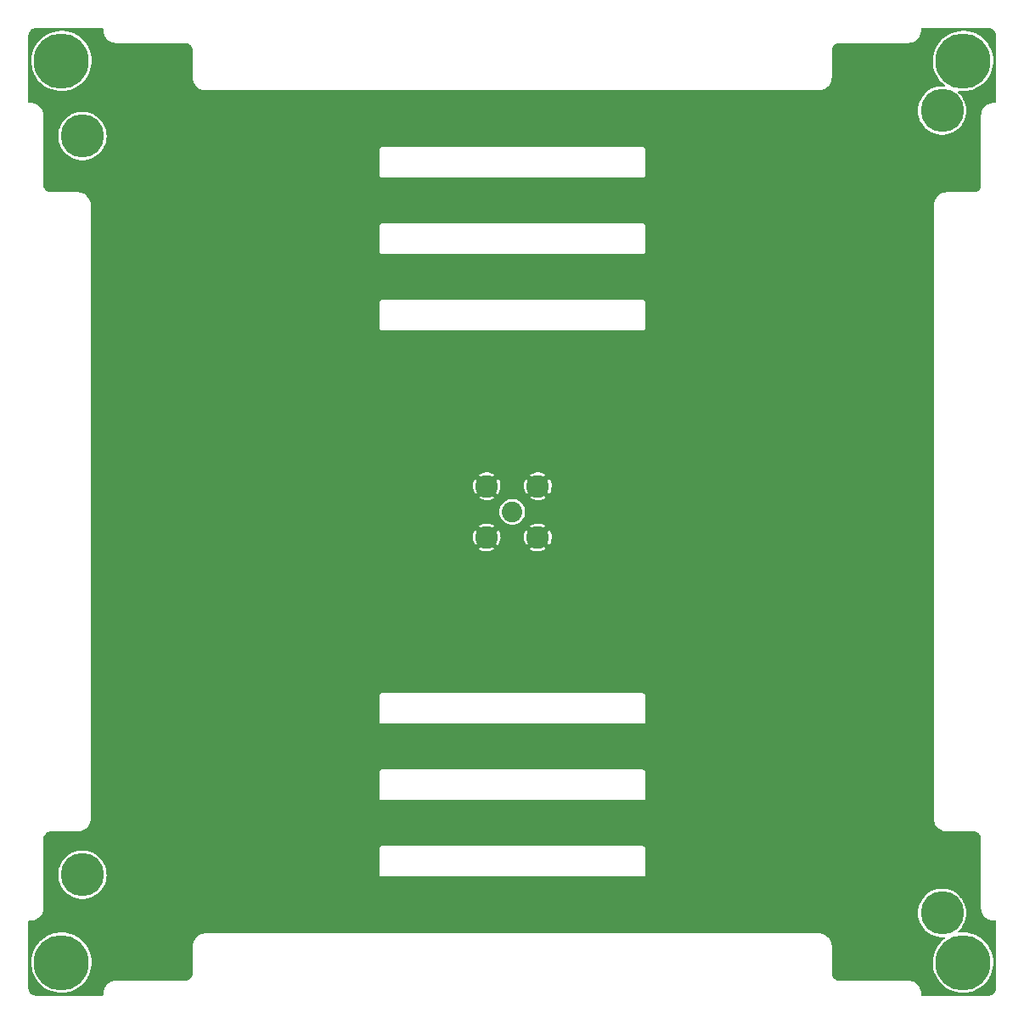
<source format=gtl>
G04 #@! TF.GenerationSoftware,KiCad,Pcbnew,(6.0.5-0)*
G04 #@! TF.CreationDate,2022-12-31T05:29:50-05:00*
G04 #@! TF.ProjectId,antenna-pcb,616e7465-6e6e-4612-9d70-63622e6b6963,rev?*
G04 #@! TF.SameCoordinates,Original*
G04 #@! TF.FileFunction,Copper,L1,Top*
G04 #@! TF.FilePolarity,Positive*
%FSLAX46Y46*%
G04 Gerber Fmt 4.6, Leading zero omitted, Abs format (unit mm)*
G04 Created by KiCad (PCBNEW (6.0.5-0)) date 2022-12-31 05:29:50*
%MOMM*%
%LPD*%
G01*
G04 APERTURE LIST*
G04 #@! TA.AperFunction,ComponentPad*
%ADD10C,5.500000*%
G04 #@! TD*
G04 #@! TA.AperFunction,ComponentPad*
%ADD11C,4.300000*%
G04 #@! TD*
G04 #@! TA.AperFunction,ComponentPad*
%ADD12C,2.050000*%
G04 #@! TD*
G04 #@! TA.AperFunction,ComponentPad*
%ADD13C,2.250000*%
G04 #@! TD*
G04 #@! TA.AperFunction,ViaPad*
%ADD14C,0.800000*%
G04 #@! TD*
G04 APERTURE END LIST*
D10*
G04 #@! TO.P,H4,1*
G04 #@! TO.N,N/C*
X163450000Y-143450000D03*
G04 #@! TD*
D11*
G04 #@! TO.P,H6,1*
G04 #@! TO.N,N/C*
X161364000Y-58495000D03*
G04 #@! TD*
D10*
G04 #@! TO.P,H1,1*
G04 #@! TO.N,N/C*
X73550000Y-53550000D03*
G04 #@! TD*
D11*
G04 #@! TO.P,H8,1*
G04 #@! TO.N,N/C*
X161364000Y-138505000D03*
G04 #@! TD*
G04 #@! TO.P,H7,1*
G04 #@! TO.N,N/C*
X75639000Y-134695000D03*
G04 #@! TD*
G04 #@! TO.P,H5,1*
G04 #@! TO.N,N/C*
X75639000Y-61035000D03*
G04 #@! TD*
D10*
G04 #@! TO.P,H3,1*
G04 #@! TO.N,N/C*
X73550000Y-143450000D03*
G04 #@! TD*
G04 #@! TO.P,H2,1*
G04 #@! TO.N,N/C*
X163450000Y-53550000D03*
G04 #@! TD*
D12*
G04 #@! TO.P,J1,1,In*
G04 #@! TO.N,Net-(U1-Pad1)*
X118500000Y-98500000D03*
D13*
G04 #@! TO.P,J1,2,Ext*
G04 #@! TO.N,GND*
X115950000Y-95950000D03*
X121050000Y-101050000D03*
X115950000Y-101050000D03*
X121050000Y-95950000D03*
G04 #@! TD*
D14*
G04 #@! TO.N,GND*
X136950000Y-95250000D03*
X127950000Y-96300000D03*
X127150000Y-91950000D03*
X119300000Y-81450000D03*
X137400000Y-107950000D03*
X104050000Y-108950000D03*
X133150000Y-102150000D03*
X129100000Y-81450000D03*
X125350000Y-93350000D03*
X133300000Y-95050000D03*
X97750000Y-97750000D03*
X102050000Y-113950000D03*
X101700000Y-104300000D03*
X127200000Y-100450000D03*
X111650000Y-99600000D03*
X123650000Y-100500000D03*
X133450000Y-97350000D03*
X110000000Y-115550000D03*
X135250000Y-106900000D03*
X115650000Y-91950000D03*
X113700000Y-115550000D03*
X104950000Y-100350000D03*
X104950000Y-96650000D03*
X104200000Y-114950000D03*
X108050000Y-91900000D03*
X108300000Y-98300000D03*
X103850000Y-86450000D03*
X120300000Y-93550000D03*
X113450000Y-102300000D03*
X113450000Y-98500000D03*
X137400000Y-110000000D03*
X108300000Y-101800000D03*
X103950000Y-106400000D03*
X97600000Y-96200000D03*
X133300000Y-109750000D03*
X133350000Y-113350000D03*
X119450000Y-91950000D03*
X127450000Y-115550000D03*
X121150000Y-115550000D03*
X117750000Y-91950000D03*
X108150000Y-94100000D03*
X133000000Y-87550000D03*
X136900000Y-103100000D03*
X108400000Y-104050000D03*
X97800000Y-99800000D03*
X106650000Y-103100000D03*
X136850000Y-90550000D03*
X114700000Y-103450000D03*
X139000000Y-98400000D03*
X104800000Y-94350000D03*
X99500000Y-90650000D03*
X117650000Y-115550000D03*
X123700000Y-96550000D03*
X98000000Y-107050000D03*
X104950000Y-102050000D03*
X99800000Y-103250000D03*
X103400000Y-101400000D03*
X111500000Y-93600000D03*
X125350000Y-115550000D03*
X101500000Y-87150000D03*
X133250000Y-111800000D03*
X101700000Y-96350000D03*
X135450000Y-113300000D03*
X109900000Y-95000000D03*
X104200000Y-113150000D03*
X108300000Y-115550000D03*
X103600000Y-81600000D03*
X99850000Y-93050000D03*
X125250000Y-103450000D03*
X123650000Y-94450000D03*
X130950000Y-115550000D03*
X106200000Y-115550000D03*
X139250000Y-106600000D03*
X118500000Y-93550000D03*
X102050000Y-112250000D03*
X108300000Y-96400000D03*
X136950000Y-92900000D03*
X104950000Y-98550000D03*
X114700000Y-93550000D03*
X135050000Y-94200000D03*
X97500000Y-89550000D03*
X118500000Y-95750000D03*
X121100000Y-81450000D03*
X135250000Y-109000000D03*
X101400000Y-84850000D03*
X104700000Y-91800000D03*
X99350000Y-88200000D03*
X109950000Y-81450000D03*
X110000000Y-102650000D03*
X109900000Y-96900000D03*
X97500000Y-94650000D03*
X123700000Y-102400000D03*
X123600000Y-104850000D03*
X136800000Y-87750000D03*
X109750000Y-92700000D03*
X133300000Y-92700000D03*
X111750000Y-81450000D03*
X111750000Y-103550000D03*
X113050000Y-91900000D03*
X104200000Y-111250000D03*
X115750000Y-104800000D03*
X138950000Y-94000000D03*
X120300000Y-103450000D03*
X113400000Y-104800000D03*
X136700000Y-85200000D03*
X101500000Y-91650000D03*
X133150000Y-104150000D03*
X106150000Y-81450000D03*
X99900000Y-105600000D03*
X106550000Y-95450000D03*
X106550000Y-97350000D03*
X113450000Y-100200000D03*
X134850000Y-86400000D03*
X127150000Y-102250000D03*
X103250000Y-95400000D03*
X133400000Y-107700000D03*
X135050000Y-99800000D03*
X101750000Y-94100000D03*
X138950000Y-96350000D03*
X136950000Y-99050000D03*
X133250000Y-90650000D03*
X135000000Y-102050000D03*
X127150000Y-94650000D03*
X109900000Y-98700000D03*
X113450000Y-96700000D03*
X108250000Y-81450000D03*
X136950000Y-100850000D03*
X139250000Y-103950000D03*
X103300000Y-103350000D03*
X113450000Y-94800000D03*
X121350000Y-104800000D03*
X111650000Y-101300000D03*
X135050000Y-96300000D03*
X106550000Y-100850000D03*
X111800000Y-115550000D03*
X125450000Y-95800000D03*
X123000000Y-81450000D03*
X99950000Y-108400000D03*
X100050000Y-110950000D03*
X113650000Y-81450000D03*
X122200000Y-103450000D03*
X105050000Y-104300000D03*
X116800000Y-103450000D03*
X119350000Y-115550000D03*
X106550000Y-99150000D03*
X135350000Y-111300000D03*
X119550000Y-104800000D03*
X118500000Y-100850000D03*
X101800000Y-107000000D03*
X138800000Y-91700000D03*
X130900000Y-81450000D03*
X99800000Y-98800000D03*
X101900000Y-109750000D03*
X97950000Y-104450000D03*
X99800000Y-95300000D03*
X134700000Y-83900000D03*
X136950000Y-97350000D03*
X139250000Y-101500000D03*
X133500000Y-114900000D03*
X111650000Y-95900000D03*
X123650000Y-91900000D03*
X133100000Y-89100000D03*
X97800000Y-102150000D03*
X103850000Y-90150000D03*
X103400000Y-99600000D03*
X133000000Y-82450000D03*
X97500000Y-92200000D03*
X108300000Y-100100000D03*
X109900000Y-100400000D03*
X103850000Y-88350000D03*
X127150000Y-104750000D03*
X135050000Y-98000000D03*
X127400000Y-81450000D03*
X103700000Y-84150000D03*
X99800000Y-97100000D03*
X101700000Y-99850000D03*
X101700000Y-98150000D03*
X115500000Y-81450000D03*
X99800000Y-100900000D03*
X137250000Y-105500000D03*
X101700000Y-101950000D03*
X115700000Y-98500000D03*
X139150000Y-99950000D03*
X101500000Y-89250000D03*
X134950000Y-89150000D03*
X125500000Y-100850000D03*
X106400000Y-93150000D03*
X133150000Y-99500000D03*
X103150000Y-92850000D03*
X133000000Y-85100000D03*
X129150000Y-115550000D03*
X117600000Y-81450000D03*
X118500000Y-103450000D03*
X116800000Y-93550000D03*
X103400000Y-97700000D03*
X117850000Y-104800000D03*
X138750000Y-89100000D03*
X133250000Y-106150000D03*
X125300000Y-81450000D03*
X122200000Y-93550000D03*
X99350000Y-86150000D03*
X110200000Y-104900000D03*
X123050000Y-115550000D03*
X101300000Y-82850000D03*
X115550000Y-115550000D03*
X111650000Y-97800000D03*
X135250000Y-104500000D03*
X135050000Y-91850000D03*
X121250000Y-91950000D03*
G04 #@! TD*
G04 #@! TA.AperFunction,Conductor*
G04 #@! TO.N,GND*
G36*
X77704031Y-50273713D02*
G01*
X77740576Y-50324013D01*
X77745500Y-50355100D01*
X77745500Y-50465025D01*
X77743567Y-50484650D01*
X77740514Y-50500000D01*
X77742346Y-50509209D01*
X77742447Y-50510492D01*
X77742447Y-50512490D01*
X77742811Y-50515123D01*
X77757114Y-50696854D01*
X77758037Y-50700700D01*
X77758038Y-50700704D01*
X77772890Y-50762565D01*
X77803210Y-50888860D01*
X77804723Y-50892512D01*
X77804724Y-50892516D01*
X77855604Y-51015350D01*
X77878776Y-51071292D01*
X77981950Y-51239657D01*
X78110192Y-51389808D01*
X78260343Y-51518050D01*
X78428708Y-51621224D01*
X78432357Y-51622735D01*
X78432356Y-51622735D01*
X78607484Y-51695276D01*
X78607488Y-51695277D01*
X78611140Y-51696790D01*
X78707143Y-51719838D01*
X78799296Y-51741962D01*
X78799300Y-51741963D01*
X78803146Y-51742886D01*
X78984877Y-51757189D01*
X78987510Y-51757553D01*
X78989508Y-51757553D01*
X78990791Y-51757654D01*
X79000000Y-51759486D01*
X79009718Y-51757553D01*
X79009719Y-51757553D01*
X79015350Y-51756433D01*
X79034975Y-51754500D01*
X85865025Y-51754500D01*
X85884650Y-51756433D01*
X85890281Y-51757553D01*
X85890282Y-51757553D01*
X85900000Y-51759486D01*
X85909717Y-51757553D01*
X85919627Y-51757553D01*
X85919627Y-51758202D01*
X85931616Y-51757614D01*
X86035582Y-51767854D01*
X86054923Y-51771702D01*
X86175806Y-51808371D01*
X86194026Y-51815918D01*
X86305440Y-51875470D01*
X86321838Y-51886426D01*
X86419489Y-51966566D01*
X86433434Y-51980511D01*
X86513574Y-52078162D01*
X86524530Y-52094560D01*
X86584082Y-52205974D01*
X86591629Y-52224194D01*
X86628298Y-52345077D01*
X86632146Y-52364418D01*
X86642386Y-52468384D01*
X86641798Y-52480373D01*
X86642447Y-52480373D01*
X86642447Y-52490283D01*
X86640514Y-52500000D01*
X86642447Y-52509718D01*
X86642447Y-52509719D01*
X86643567Y-52515350D01*
X86645500Y-52534975D01*
X86645500Y-55165025D01*
X86643567Y-55184650D01*
X86640514Y-55200000D01*
X86642346Y-55209209D01*
X86642447Y-55210492D01*
X86642447Y-55212490D01*
X86642811Y-55215123D01*
X86657114Y-55396854D01*
X86703210Y-55588860D01*
X86704723Y-55592512D01*
X86704724Y-55592516D01*
X86760491Y-55727148D01*
X86778776Y-55771292D01*
X86881950Y-55939657D01*
X87010192Y-56089808D01*
X87160343Y-56218050D01*
X87328708Y-56321224D01*
X87332357Y-56322735D01*
X87332356Y-56322735D01*
X87507484Y-56395276D01*
X87507488Y-56395277D01*
X87511140Y-56396790D01*
X87607143Y-56419838D01*
X87699296Y-56441962D01*
X87699300Y-56441963D01*
X87703146Y-56442886D01*
X87884877Y-56457189D01*
X87887510Y-56457553D01*
X87889508Y-56457553D01*
X87890791Y-56457654D01*
X87900000Y-56459486D01*
X87909718Y-56457553D01*
X87909719Y-56457553D01*
X87915350Y-56456433D01*
X87934975Y-56454500D01*
X149065025Y-56454500D01*
X149084650Y-56456433D01*
X149090281Y-56457553D01*
X149090282Y-56457553D01*
X149100000Y-56459486D01*
X149109209Y-56457654D01*
X149110492Y-56457553D01*
X149112490Y-56457553D01*
X149115123Y-56457189D01*
X149296854Y-56442886D01*
X149300700Y-56441963D01*
X149300704Y-56441962D01*
X149392857Y-56419838D01*
X149488860Y-56396790D01*
X149492512Y-56395277D01*
X149492516Y-56395276D01*
X149667644Y-56322735D01*
X149667643Y-56322735D01*
X149671292Y-56321224D01*
X149839657Y-56218050D01*
X149989808Y-56089808D01*
X150118050Y-55939657D01*
X150221224Y-55771292D01*
X150239509Y-55727148D01*
X150295276Y-55592516D01*
X150295277Y-55592512D01*
X150296790Y-55588860D01*
X150342886Y-55396854D01*
X150357189Y-55215123D01*
X150357553Y-55212490D01*
X150357553Y-55210492D01*
X150357654Y-55209209D01*
X150359486Y-55200000D01*
X150356433Y-55184650D01*
X150354500Y-55165025D01*
X150354500Y-52534975D01*
X150356433Y-52515350D01*
X150357553Y-52509719D01*
X150357553Y-52509718D01*
X150359486Y-52500000D01*
X150357553Y-52490283D01*
X150357553Y-52480373D01*
X150358202Y-52480373D01*
X150357614Y-52468384D01*
X150367854Y-52364418D01*
X150371702Y-52345077D01*
X150408371Y-52224194D01*
X150415918Y-52205974D01*
X150475470Y-52094560D01*
X150486426Y-52078162D01*
X150566566Y-51980511D01*
X150580511Y-51966566D01*
X150678162Y-51886426D01*
X150694560Y-51875470D01*
X150805974Y-51815918D01*
X150824194Y-51808371D01*
X150945077Y-51771702D01*
X150964418Y-51767854D01*
X151068384Y-51757614D01*
X151080373Y-51758202D01*
X151080373Y-51757553D01*
X151090283Y-51757553D01*
X151100000Y-51759486D01*
X151109718Y-51757553D01*
X151109719Y-51757553D01*
X151115350Y-51756433D01*
X151134975Y-51754500D01*
X157965025Y-51754500D01*
X157984650Y-51756433D01*
X157990281Y-51757553D01*
X157990282Y-51757553D01*
X158000000Y-51759486D01*
X158009209Y-51757654D01*
X158010492Y-51757553D01*
X158012490Y-51757553D01*
X158015123Y-51757189D01*
X158196854Y-51742886D01*
X158200700Y-51741963D01*
X158200704Y-51741962D01*
X158292857Y-51719838D01*
X158388860Y-51696790D01*
X158392512Y-51695277D01*
X158392516Y-51695276D01*
X158567644Y-51622735D01*
X158567643Y-51622735D01*
X158571292Y-51621224D01*
X158739657Y-51518050D01*
X158889808Y-51389808D01*
X159018050Y-51239657D01*
X159121224Y-51071292D01*
X159144396Y-51015350D01*
X159195276Y-50892516D01*
X159195277Y-50892512D01*
X159196790Y-50888860D01*
X159227110Y-50762565D01*
X159241962Y-50700704D01*
X159241963Y-50700700D01*
X159242886Y-50696854D01*
X159257189Y-50515123D01*
X159257553Y-50512490D01*
X159257553Y-50510492D01*
X159257654Y-50509209D01*
X159259486Y-50500000D01*
X159256433Y-50484650D01*
X159254500Y-50465025D01*
X159254500Y-50355100D01*
X159273713Y-50295969D01*
X159324013Y-50259424D01*
X159355100Y-50254500D01*
X165965025Y-50254500D01*
X165984650Y-50256433D01*
X165990281Y-50257553D01*
X165990282Y-50257553D01*
X166000000Y-50259486D01*
X166009717Y-50257553D01*
X166019627Y-50257553D01*
X166019627Y-50258202D01*
X166031616Y-50257614D01*
X166135582Y-50267854D01*
X166154923Y-50271702D01*
X166275806Y-50308371D01*
X166294026Y-50315918D01*
X166405440Y-50375470D01*
X166421838Y-50386426D01*
X166519489Y-50466566D01*
X166533432Y-50480509D01*
X166541452Y-50490281D01*
X166613574Y-50578162D01*
X166624530Y-50594560D01*
X166684082Y-50705974D01*
X166691629Y-50724194D01*
X166728298Y-50845077D01*
X166732146Y-50864418D01*
X166742386Y-50968384D01*
X166741798Y-50980373D01*
X166742447Y-50980373D01*
X166742447Y-50990283D01*
X166740514Y-51000000D01*
X166742447Y-51009718D01*
X166742447Y-51009719D01*
X166743567Y-51015350D01*
X166745500Y-51034975D01*
X166745500Y-57644900D01*
X166726287Y-57704031D01*
X166675987Y-57740576D01*
X166644900Y-57745500D01*
X166534975Y-57745500D01*
X166515350Y-57743567D01*
X166509719Y-57742447D01*
X166509718Y-57742447D01*
X166500000Y-57740514D01*
X166490791Y-57742346D01*
X166489508Y-57742447D01*
X166487510Y-57742447D01*
X166484877Y-57742811D01*
X166303146Y-57757114D01*
X166299300Y-57758037D01*
X166299296Y-57758038D01*
X166207143Y-57780162D01*
X166111140Y-57803210D01*
X166107488Y-57804723D01*
X166107484Y-57804724D01*
X165955058Y-57867861D01*
X165928708Y-57878776D01*
X165760343Y-57981950D01*
X165610192Y-58110192D01*
X165481950Y-58260343D01*
X165378776Y-58428708D01*
X165303210Y-58611140D01*
X165302286Y-58614990D01*
X165259358Y-58793800D01*
X165257114Y-58803146D01*
X165242941Y-58983235D01*
X165242812Y-58984873D01*
X165242447Y-58987510D01*
X165242447Y-58989508D01*
X165242346Y-58990791D01*
X165240514Y-59000000D01*
X165242447Y-59009718D01*
X165242447Y-59009719D01*
X165243567Y-59015350D01*
X165245500Y-59034975D01*
X165245500Y-65865025D01*
X165243567Y-65884650D01*
X165240514Y-65900000D01*
X165242447Y-65909717D01*
X165242447Y-65919627D01*
X165241798Y-65919627D01*
X165242386Y-65931616D01*
X165232146Y-66035582D01*
X165228298Y-66054923D01*
X165191629Y-66175806D01*
X165184082Y-66194026D01*
X165124530Y-66305440D01*
X165113574Y-66321838D01*
X165033434Y-66419489D01*
X165019489Y-66433434D01*
X164921838Y-66513574D01*
X164905440Y-66524530D01*
X164794026Y-66584082D01*
X164775806Y-66591629D01*
X164654923Y-66628298D01*
X164635582Y-66632146D01*
X164531616Y-66642386D01*
X164519627Y-66641798D01*
X164519627Y-66642447D01*
X164509717Y-66642447D01*
X164500000Y-66640514D01*
X164490282Y-66642447D01*
X164490281Y-66642447D01*
X164484650Y-66643567D01*
X164465025Y-66645500D01*
X161834975Y-66645500D01*
X161815350Y-66643567D01*
X161809719Y-66642447D01*
X161809718Y-66642447D01*
X161800000Y-66640514D01*
X161790791Y-66642346D01*
X161789508Y-66642447D01*
X161787510Y-66642447D01*
X161784877Y-66642811D01*
X161603146Y-66657114D01*
X161599300Y-66658037D01*
X161599296Y-66658038D01*
X161507143Y-66680162D01*
X161411140Y-66703210D01*
X161407488Y-66704723D01*
X161407484Y-66704724D01*
X161255058Y-66767861D01*
X161228708Y-66778776D01*
X161060343Y-66881950D01*
X160910192Y-67010192D01*
X160781950Y-67160343D01*
X160678776Y-67328708D01*
X160603210Y-67511140D01*
X160557114Y-67703146D01*
X160556804Y-67707089D01*
X160542812Y-67884873D01*
X160542447Y-67887510D01*
X160542447Y-67889508D01*
X160542346Y-67890791D01*
X160540514Y-67900000D01*
X160542447Y-67909718D01*
X160542447Y-67909719D01*
X160543567Y-67915350D01*
X160545500Y-67934975D01*
X160545500Y-129065025D01*
X160543567Y-129084650D01*
X160540514Y-129100000D01*
X160542346Y-129109209D01*
X160542447Y-129110492D01*
X160542447Y-129112490D01*
X160542811Y-129115123D01*
X160557114Y-129296854D01*
X160603210Y-129488860D01*
X160678776Y-129671292D01*
X160781950Y-129839657D01*
X160910192Y-129989808D01*
X161060343Y-130118050D01*
X161228708Y-130221224D01*
X161232357Y-130222735D01*
X161232356Y-130222735D01*
X161407484Y-130295276D01*
X161407488Y-130295277D01*
X161411140Y-130296790D01*
X161507143Y-130319838D01*
X161599296Y-130341962D01*
X161599300Y-130341963D01*
X161603146Y-130342886D01*
X161784877Y-130357189D01*
X161787510Y-130357553D01*
X161789508Y-130357553D01*
X161790791Y-130357654D01*
X161800000Y-130359486D01*
X161809718Y-130357553D01*
X161809719Y-130357553D01*
X161815350Y-130356433D01*
X161834975Y-130354500D01*
X164465025Y-130354500D01*
X164484650Y-130356433D01*
X164490281Y-130357553D01*
X164490282Y-130357553D01*
X164500000Y-130359486D01*
X164509717Y-130357553D01*
X164519627Y-130357553D01*
X164519627Y-130358202D01*
X164531616Y-130357614D01*
X164635582Y-130367854D01*
X164654923Y-130371702D01*
X164775806Y-130408371D01*
X164794026Y-130415918D01*
X164905440Y-130475470D01*
X164921838Y-130486426D01*
X165019489Y-130566566D01*
X165033434Y-130580511D01*
X165113574Y-130678162D01*
X165124530Y-130694560D01*
X165184082Y-130805974D01*
X165191629Y-130824194D01*
X165228298Y-130945077D01*
X165232146Y-130964418D01*
X165242386Y-131068384D01*
X165241798Y-131080373D01*
X165242447Y-131080373D01*
X165242447Y-131090283D01*
X165240514Y-131100000D01*
X165242447Y-131109718D01*
X165242447Y-131109719D01*
X165243567Y-131115350D01*
X165245500Y-131134975D01*
X165245500Y-137965025D01*
X165243567Y-137984650D01*
X165240514Y-138000000D01*
X165242346Y-138009209D01*
X165242447Y-138010492D01*
X165242447Y-138012490D01*
X165242811Y-138015123D01*
X165257114Y-138196854D01*
X165258037Y-138200700D01*
X165258038Y-138200704D01*
X165278345Y-138285290D01*
X165303210Y-138388860D01*
X165378776Y-138571292D01*
X165481950Y-138739657D01*
X165610192Y-138889808D01*
X165760343Y-139018050D01*
X165928708Y-139121224D01*
X165932357Y-139122735D01*
X165932356Y-139122735D01*
X166107484Y-139195276D01*
X166107488Y-139195277D01*
X166111140Y-139196790D01*
X166207143Y-139219838D01*
X166299296Y-139241962D01*
X166299300Y-139241963D01*
X166303146Y-139242886D01*
X166484877Y-139257189D01*
X166487510Y-139257553D01*
X166489508Y-139257553D01*
X166490791Y-139257654D01*
X166500000Y-139259486D01*
X166509718Y-139257553D01*
X166509719Y-139257553D01*
X166515350Y-139256433D01*
X166534975Y-139254500D01*
X166644900Y-139254500D01*
X166704031Y-139273713D01*
X166740576Y-139324013D01*
X166745500Y-139355100D01*
X166745500Y-145965025D01*
X166743567Y-145984650D01*
X166740514Y-146000000D01*
X166742447Y-146009717D01*
X166742447Y-146019627D01*
X166741798Y-146019627D01*
X166742386Y-146031616D01*
X166732146Y-146135582D01*
X166728298Y-146154923D01*
X166691629Y-146275806D01*
X166684082Y-146294026D01*
X166624530Y-146405440D01*
X166613574Y-146421838D01*
X166601905Y-146436057D01*
X166536831Y-146515350D01*
X166533434Y-146519489D01*
X166519489Y-146533434D01*
X166421838Y-146613574D01*
X166405440Y-146624530D01*
X166294026Y-146684082D01*
X166275806Y-146691629D01*
X166154923Y-146728298D01*
X166135582Y-146732146D01*
X166031616Y-146742386D01*
X166019627Y-146741798D01*
X166019627Y-146742447D01*
X166009717Y-146742447D01*
X166000000Y-146740514D01*
X165990282Y-146742447D01*
X165990281Y-146742447D01*
X165984650Y-146743567D01*
X165965025Y-146745500D01*
X159355100Y-146745500D01*
X159295969Y-146726287D01*
X159259424Y-146675987D01*
X159254500Y-146644900D01*
X159254500Y-146534975D01*
X159256433Y-146515350D01*
X159257553Y-146509719D01*
X159257553Y-146509718D01*
X159259486Y-146500000D01*
X159257654Y-146490791D01*
X159257553Y-146489508D01*
X159257553Y-146487510D01*
X159257188Y-146484873D01*
X159257059Y-146483235D01*
X159242886Y-146303146D01*
X159240256Y-146292188D01*
X159207301Y-146154923D01*
X159196790Y-146111140D01*
X159157699Y-146016765D01*
X159122735Y-145932356D01*
X159121224Y-145928708D01*
X159018050Y-145760343D01*
X158889808Y-145610192D01*
X158739657Y-145481950D01*
X158571292Y-145378776D01*
X158544942Y-145367861D01*
X158392516Y-145304724D01*
X158392512Y-145304723D01*
X158388860Y-145303210D01*
X158292857Y-145280162D01*
X158200704Y-145258038D01*
X158200700Y-145258037D01*
X158196854Y-145257114D01*
X158015123Y-145242811D01*
X158012490Y-145242447D01*
X158010492Y-145242447D01*
X158009209Y-145242346D01*
X158000000Y-145240514D01*
X157990282Y-145242447D01*
X157990281Y-145242447D01*
X157984650Y-145243567D01*
X157965025Y-145245500D01*
X151134975Y-145245500D01*
X151115350Y-145243567D01*
X151109719Y-145242447D01*
X151109718Y-145242447D01*
X151100000Y-145240514D01*
X151090283Y-145242447D01*
X151080373Y-145242447D01*
X151080373Y-145241798D01*
X151068384Y-145242386D01*
X150964418Y-145232146D01*
X150945077Y-145228298D01*
X150824194Y-145191629D01*
X150805974Y-145184082D01*
X150694560Y-145124530D01*
X150678162Y-145113574D01*
X150580511Y-145033434D01*
X150566566Y-145019489D01*
X150486426Y-144921838D01*
X150475470Y-144905440D01*
X150415918Y-144794026D01*
X150408371Y-144775806D01*
X150371702Y-144654923D01*
X150367854Y-144635582D01*
X150357614Y-144531616D01*
X150358202Y-144519627D01*
X150357553Y-144519627D01*
X150357553Y-144509717D01*
X150359486Y-144500000D01*
X150356433Y-144484650D01*
X150354500Y-144465025D01*
X150354500Y-141834975D01*
X150356433Y-141815350D01*
X150357553Y-141809719D01*
X150357553Y-141809718D01*
X150359486Y-141800000D01*
X150357654Y-141790791D01*
X150357553Y-141789508D01*
X150357553Y-141787510D01*
X150357188Y-141784873D01*
X150357059Y-141783235D01*
X150342886Y-141603146D01*
X150296790Y-141411140D01*
X150221224Y-141228708D01*
X150134353Y-141086947D01*
X150120114Y-141063711D01*
X150120113Y-141063710D01*
X150118050Y-141060343D01*
X149989808Y-140910192D01*
X149839657Y-140781950D01*
X149671292Y-140678776D01*
X149644942Y-140667861D01*
X149492516Y-140604724D01*
X149492512Y-140604723D01*
X149488860Y-140603210D01*
X149384376Y-140578126D01*
X149300704Y-140558038D01*
X149300700Y-140558037D01*
X149296854Y-140557114D01*
X149115123Y-140542811D01*
X149112490Y-140542447D01*
X149110492Y-140542447D01*
X149109209Y-140542346D01*
X149100000Y-140540514D01*
X149090282Y-140542447D01*
X149090281Y-140542447D01*
X149084650Y-140543567D01*
X149065025Y-140545500D01*
X87934975Y-140545500D01*
X87915350Y-140543567D01*
X87909719Y-140542447D01*
X87909718Y-140542447D01*
X87900000Y-140540514D01*
X87890791Y-140542346D01*
X87889508Y-140542447D01*
X87887510Y-140542447D01*
X87884877Y-140542811D01*
X87703146Y-140557114D01*
X87699300Y-140558037D01*
X87699296Y-140558038D01*
X87615624Y-140578126D01*
X87511140Y-140603210D01*
X87507488Y-140604723D01*
X87507484Y-140604724D01*
X87355058Y-140667861D01*
X87328708Y-140678776D01*
X87160343Y-140781950D01*
X87010192Y-140910192D01*
X86881950Y-141060343D01*
X86879887Y-141063710D01*
X86879886Y-141063711D01*
X86865647Y-141086947D01*
X86778776Y-141228708D01*
X86703210Y-141411140D01*
X86657114Y-141603146D01*
X86642941Y-141783235D01*
X86642812Y-141784873D01*
X86642447Y-141787510D01*
X86642447Y-141789508D01*
X86642346Y-141790791D01*
X86640514Y-141800000D01*
X86642447Y-141809718D01*
X86642447Y-141809719D01*
X86643567Y-141815350D01*
X86645500Y-141834975D01*
X86645500Y-144465025D01*
X86643567Y-144484650D01*
X86640514Y-144500000D01*
X86642447Y-144509717D01*
X86642447Y-144519627D01*
X86641798Y-144519627D01*
X86642386Y-144531616D01*
X86632146Y-144635582D01*
X86628298Y-144654923D01*
X86591629Y-144775806D01*
X86584082Y-144794026D01*
X86524530Y-144905440D01*
X86513574Y-144921838D01*
X86433434Y-145019489D01*
X86419489Y-145033434D01*
X86321838Y-145113574D01*
X86305440Y-145124530D01*
X86194026Y-145184082D01*
X86175806Y-145191629D01*
X86054923Y-145228298D01*
X86035582Y-145232146D01*
X85931616Y-145242386D01*
X85919627Y-145241798D01*
X85919627Y-145242447D01*
X85909717Y-145242447D01*
X85900000Y-145240514D01*
X85890282Y-145242447D01*
X85890281Y-145242447D01*
X85884650Y-145243567D01*
X85865025Y-145245500D01*
X79034975Y-145245500D01*
X79015350Y-145243567D01*
X79009719Y-145242447D01*
X79009718Y-145242447D01*
X79000000Y-145240514D01*
X78990791Y-145242346D01*
X78989508Y-145242447D01*
X78987510Y-145242447D01*
X78984877Y-145242811D01*
X78803146Y-145257114D01*
X78799300Y-145258037D01*
X78799296Y-145258038D01*
X78707143Y-145280162D01*
X78611140Y-145303210D01*
X78607488Y-145304723D01*
X78607484Y-145304724D01*
X78455058Y-145367861D01*
X78428708Y-145378776D01*
X78260343Y-145481950D01*
X78110192Y-145610192D01*
X77981950Y-145760343D01*
X77878776Y-145928708D01*
X77877265Y-145932356D01*
X77842302Y-146016765D01*
X77803210Y-146111140D01*
X77792699Y-146154923D01*
X77759745Y-146292188D01*
X77757114Y-146303146D01*
X77742941Y-146483235D01*
X77742812Y-146484873D01*
X77742447Y-146487510D01*
X77742447Y-146489508D01*
X77742346Y-146490791D01*
X77740514Y-146500000D01*
X77742447Y-146509718D01*
X77742447Y-146509719D01*
X77743567Y-146515350D01*
X77745500Y-146534975D01*
X77745500Y-146644900D01*
X77726287Y-146704031D01*
X77675987Y-146740576D01*
X77644900Y-146745500D01*
X71034975Y-146745500D01*
X71015350Y-146743567D01*
X71009719Y-146742447D01*
X71009718Y-146742447D01*
X71000000Y-146740514D01*
X70990283Y-146742447D01*
X70980373Y-146742447D01*
X70980373Y-146741798D01*
X70968384Y-146742386D01*
X70864418Y-146732146D01*
X70845077Y-146728298D01*
X70724194Y-146691629D01*
X70705974Y-146684082D01*
X70594560Y-146624530D01*
X70578162Y-146613574D01*
X70480511Y-146533434D01*
X70466566Y-146519489D01*
X70463170Y-146515350D01*
X70398095Y-146436057D01*
X70386426Y-146421838D01*
X70375470Y-146405440D01*
X70315918Y-146294026D01*
X70308371Y-146275806D01*
X70271702Y-146154923D01*
X70267854Y-146135582D01*
X70257614Y-146031616D01*
X70258202Y-146019627D01*
X70257553Y-146019627D01*
X70257553Y-146009717D01*
X70259486Y-146000000D01*
X70256433Y-145984650D01*
X70254500Y-145965025D01*
X70254500Y-143355466D01*
X70541893Y-143355466D01*
X70550963Y-143701836D01*
X70599784Y-144044868D01*
X70600521Y-144047678D01*
X70600522Y-144047682D01*
X70671929Y-144319868D01*
X70687708Y-144380015D01*
X70813570Y-144702835D01*
X70975703Y-145009050D01*
X71171956Y-145294600D01*
X71173860Y-145296783D01*
X71173865Y-145296789D01*
X71358103Y-145507984D01*
X71399729Y-145555701D01*
X71656002Y-145788892D01*
X71658347Y-145790577D01*
X71928428Y-145984650D01*
X71937380Y-145991083D01*
X72240132Y-146159592D01*
X72560246Y-146292188D01*
X72563031Y-146292981D01*
X72563033Y-146292982D01*
X72612557Y-146307089D01*
X72893478Y-146387111D01*
X73235412Y-146443105D01*
X73454757Y-146453449D01*
X73578608Y-146459290D01*
X73578610Y-146459290D01*
X73581516Y-146459427D01*
X73850539Y-146441086D01*
X73924313Y-146436057D01*
X73924314Y-146436057D01*
X73927202Y-146435860D01*
X73930048Y-146435332D01*
X73930052Y-146435332D01*
X74265030Y-146373248D01*
X74265035Y-146373247D01*
X74267888Y-146372718D01*
X74366544Y-146342367D01*
X74596302Y-146271685D01*
X74596310Y-146271682D01*
X74599060Y-146270836D01*
X74916326Y-146131566D01*
X75215483Y-145956753D01*
X75492564Y-145748714D01*
X75743898Y-145510207D01*
X75966153Y-145244394D01*
X76120745Y-145009050D01*
X76154797Y-144957211D01*
X76154800Y-144957207D01*
X76156383Y-144954796D01*
X76181207Y-144905440D01*
X76246406Y-144775806D01*
X76312067Y-144645253D01*
X76315606Y-144635582D01*
X76430146Y-144322588D01*
X76430148Y-144322582D01*
X76431141Y-144319868D01*
X76512027Y-143982953D01*
X76553653Y-143638974D01*
X76559592Y-143450000D01*
X76539647Y-143104086D01*
X76480075Y-142762757D01*
X76381667Y-142430537D01*
X76245727Y-142111830D01*
X76199304Y-142030441D01*
X76121329Y-141893738D01*
X76074056Y-141810859D01*
X75868930Y-141531614D01*
X75800205Y-141457656D01*
X75635047Y-141279925D01*
X75633069Y-141277796D01*
X75627281Y-141272852D01*
X75371809Y-141054659D01*
X75371807Y-141054657D01*
X75369597Y-141052770D01*
X75082007Y-140859518D01*
X75028936Y-140832126D01*
X74776681Y-140701927D01*
X74776674Y-140701924D01*
X74774111Y-140700601D01*
X74516374Y-140603210D01*
X74452701Y-140579150D01*
X74449991Y-140578126D01*
X74447180Y-140577420D01*
X74447177Y-140577419D01*
X74116761Y-140494424D01*
X74116755Y-140494423D01*
X74113941Y-140493716D01*
X74111059Y-140493337D01*
X74111056Y-140493336D01*
X73939201Y-140470711D01*
X73770417Y-140448490D01*
X73623172Y-140446177D01*
X73426866Y-140443093D01*
X73426858Y-140443093D01*
X73423971Y-140443048D01*
X73201087Y-140465295D01*
X73082069Y-140477174D01*
X73082065Y-140477175D01*
X73079196Y-140477461D01*
X72740661Y-140551274D01*
X72412853Y-140663507D01*
X72100118Y-140812674D01*
X72097668Y-140814211D01*
X71809056Y-140995257D01*
X71809052Y-140995260D01*
X71806600Y-140996798D01*
X71804342Y-140998607D01*
X71804335Y-140998612D01*
X71716695Y-141068825D01*
X71536190Y-141213437D01*
X71477394Y-141272852D01*
X71344165Y-141407484D01*
X71292472Y-141459721D01*
X71290685Y-141462000D01*
X71139699Y-141654560D01*
X71078676Y-141732385D01*
X71077165Y-141734850D01*
X71077162Y-141734855D01*
X70899149Y-142025346D01*
X70897636Y-142027815D01*
X70751752Y-142342095D01*
X70750840Y-142344852D01*
X70750839Y-142344855D01*
X70721582Y-142433319D01*
X70642957Y-142671060D01*
X70642369Y-142673899D01*
X70642368Y-142673903D01*
X70623375Y-142765620D01*
X70572694Y-143010350D01*
X70572437Y-143013234D01*
X70572436Y-143013238D01*
X70559169Y-143161898D01*
X70541893Y-143355466D01*
X70254500Y-143355466D01*
X70254500Y-139355100D01*
X70273713Y-139295969D01*
X70324013Y-139259424D01*
X70355100Y-139254500D01*
X70465025Y-139254500D01*
X70484650Y-139256433D01*
X70490281Y-139257553D01*
X70490282Y-139257553D01*
X70500000Y-139259486D01*
X70509209Y-139257654D01*
X70510492Y-139257553D01*
X70512490Y-139257553D01*
X70515123Y-139257189D01*
X70696854Y-139242886D01*
X70700700Y-139241963D01*
X70700704Y-139241962D01*
X70792857Y-139219838D01*
X70888860Y-139196790D01*
X70892512Y-139195277D01*
X70892516Y-139195276D01*
X71067644Y-139122735D01*
X71067643Y-139122735D01*
X71071292Y-139121224D01*
X71239657Y-139018050D01*
X71389808Y-138889808D01*
X71518050Y-138739657D01*
X71621224Y-138571292D01*
X71648683Y-138505000D01*
X158954746Y-138505000D01*
X158954945Y-138508163D01*
X158969564Y-138740514D01*
X158973744Y-138806960D01*
X159030437Y-139104157D01*
X159123932Y-139391906D01*
X159252755Y-139665667D01*
X159414873Y-139921124D01*
X159607729Y-140154248D01*
X159828284Y-140361362D01*
X159830834Y-140363215D01*
X159830838Y-140363218D01*
X159948143Y-140448445D01*
X160073057Y-140539200D01*
X160338190Y-140684958D01*
X160341133Y-140686123D01*
X160341141Y-140686127D01*
X160616552Y-140795170D01*
X160616555Y-140795171D01*
X160619500Y-140796337D01*
X160622555Y-140797121D01*
X160622563Y-140797124D01*
X160846834Y-140854706D01*
X160912551Y-140871579D01*
X160915670Y-140871973D01*
X160915675Y-140871974D01*
X161209584Y-140909104D01*
X161209591Y-140909104D01*
X161212722Y-140909500D01*
X161515278Y-140909500D01*
X161518416Y-140909104D01*
X161521573Y-140908905D01*
X161521634Y-140909881D01*
X161578978Y-140920827D01*
X161621533Y-140966156D01*
X161629318Y-141027841D01*
X161599358Y-141082320D01*
X161593410Y-141087480D01*
X161436190Y-141213437D01*
X161377394Y-141272852D01*
X161244165Y-141407484D01*
X161192472Y-141459721D01*
X161190685Y-141462000D01*
X161039699Y-141654560D01*
X160978676Y-141732385D01*
X160977165Y-141734850D01*
X160977162Y-141734855D01*
X160799149Y-142025346D01*
X160797636Y-142027815D01*
X160651752Y-142342095D01*
X160650840Y-142344852D01*
X160650839Y-142344855D01*
X160621582Y-142433319D01*
X160542957Y-142671060D01*
X160542369Y-142673899D01*
X160542368Y-142673903D01*
X160523375Y-142765620D01*
X160472694Y-143010350D01*
X160472437Y-143013234D01*
X160472436Y-143013238D01*
X160459169Y-143161898D01*
X160441893Y-143355466D01*
X160450963Y-143701836D01*
X160499784Y-144044868D01*
X160500521Y-144047678D01*
X160500522Y-144047682D01*
X160571929Y-144319868D01*
X160587708Y-144380015D01*
X160713570Y-144702835D01*
X160875703Y-145009050D01*
X161071956Y-145294600D01*
X161073860Y-145296783D01*
X161073865Y-145296789D01*
X161258103Y-145507984D01*
X161299729Y-145555701D01*
X161556002Y-145788892D01*
X161558347Y-145790577D01*
X161828428Y-145984650D01*
X161837380Y-145991083D01*
X162140132Y-146159592D01*
X162460246Y-146292188D01*
X162463031Y-146292981D01*
X162463033Y-146292982D01*
X162512557Y-146307089D01*
X162793478Y-146387111D01*
X163135412Y-146443105D01*
X163354757Y-146453449D01*
X163478608Y-146459290D01*
X163478610Y-146459290D01*
X163481516Y-146459427D01*
X163750539Y-146441086D01*
X163824313Y-146436057D01*
X163824314Y-146436057D01*
X163827202Y-146435860D01*
X163830048Y-146435332D01*
X163830052Y-146435332D01*
X164165030Y-146373248D01*
X164165035Y-146373247D01*
X164167888Y-146372718D01*
X164266544Y-146342367D01*
X164496302Y-146271685D01*
X164496310Y-146271682D01*
X164499060Y-146270836D01*
X164816326Y-146131566D01*
X165115483Y-145956753D01*
X165392564Y-145748714D01*
X165643898Y-145510207D01*
X165866153Y-145244394D01*
X166020745Y-145009050D01*
X166054797Y-144957211D01*
X166054800Y-144957207D01*
X166056383Y-144954796D01*
X166081207Y-144905440D01*
X166146406Y-144775806D01*
X166212067Y-144645253D01*
X166215606Y-144635582D01*
X166330146Y-144322588D01*
X166330148Y-144322582D01*
X166331141Y-144319868D01*
X166412027Y-143982953D01*
X166453653Y-143638974D01*
X166459592Y-143450000D01*
X166439647Y-143104086D01*
X166380075Y-142762757D01*
X166281667Y-142430537D01*
X166145727Y-142111830D01*
X166099304Y-142030441D01*
X166021329Y-141893738D01*
X165974056Y-141810859D01*
X165768930Y-141531614D01*
X165700205Y-141457656D01*
X165535047Y-141279925D01*
X165533069Y-141277796D01*
X165527281Y-141272852D01*
X165271809Y-141054659D01*
X165271807Y-141054657D01*
X165269597Y-141052770D01*
X164982007Y-140859518D01*
X164928936Y-140832126D01*
X164676681Y-140701927D01*
X164676674Y-140701924D01*
X164674111Y-140700601D01*
X164416374Y-140603210D01*
X164352701Y-140579150D01*
X164349991Y-140578126D01*
X164347180Y-140577420D01*
X164347177Y-140577419D01*
X164016761Y-140494424D01*
X164016755Y-140494423D01*
X164013941Y-140493716D01*
X164011059Y-140493337D01*
X164011056Y-140493336D01*
X163839201Y-140470711D01*
X163670417Y-140448490D01*
X163523172Y-140446177D01*
X163326866Y-140443093D01*
X163326858Y-140443093D01*
X163323971Y-140443048D01*
X163186270Y-140456792D01*
X163046819Y-140470711D01*
X162986072Y-140457466D01*
X162944712Y-140411044D01*
X162938537Y-140349177D01*
X162967963Y-140297274D01*
X163117963Y-140156415D01*
X163120271Y-140154248D01*
X163313127Y-139921124D01*
X163475245Y-139665667D01*
X163604068Y-139391906D01*
X163697563Y-139104157D01*
X163754256Y-138806960D01*
X163758437Y-138740514D01*
X163773055Y-138508163D01*
X163773254Y-138505000D01*
X163754256Y-138203040D01*
X163697563Y-137905843D01*
X163604068Y-137618094D01*
X163475245Y-137344333D01*
X163313127Y-137088876D01*
X163290545Y-137061579D01*
X163122285Y-136858186D01*
X163122281Y-136858182D01*
X163120271Y-136855752D01*
X162899716Y-136648638D01*
X162897166Y-136646785D01*
X162897162Y-136646782D01*
X162657500Y-136472658D01*
X162654943Y-136470800D01*
X162389810Y-136325042D01*
X162386867Y-136323877D01*
X162386859Y-136323873D01*
X162111448Y-136214830D01*
X162111445Y-136214829D01*
X162108500Y-136213663D01*
X162105445Y-136212879D01*
X162105437Y-136212876D01*
X161881166Y-136155294D01*
X161815449Y-136138421D01*
X161812330Y-136138027D01*
X161812325Y-136138026D01*
X161518416Y-136100896D01*
X161518409Y-136100896D01*
X161515278Y-136100500D01*
X161212722Y-136100500D01*
X161209591Y-136100896D01*
X161209584Y-136100896D01*
X160915675Y-136138026D01*
X160915670Y-136138027D01*
X160912551Y-136138421D01*
X160846835Y-136155294D01*
X160622563Y-136212876D01*
X160622555Y-136212879D01*
X160619500Y-136213663D01*
X160616555Y-136214829D01*
X160616552Y-136214830D01*
X160341141Y-136323873D01*
X160341133Y-136323877D01*
X160338190Y-136325042D01*
X160073057Y-136470800D01*
X160070500Y-136472658D01*
X159830838Y-136646782D01*
X159830834Y-136646785D01*
X159828284Y-136648638D01*
X159607729Y-136855752D01*
X159605719Y-136858182D01*
X159605715Y-136858186D01*
X159437455Y-137061579D01*
X159414873Y-137088876D01*
X159252755Y-137344333D01*
X159123932Y-137618094D01*
X159030437Y-137905843D01*
X158973744Y-138203040D01*
X158954746Y-138505000D01*
X71648683Y-138505000D01*
X71696790Y-138388860D01*
X71721655Y-138285290D01*
X71741962Y-138200704D01*
X71741963Y-138200700D01*
X71742886Y-138196854D01*
X71757189Y-138015123D01*
X71757553Y-138012490D01*
X71757553Y-138010492D01*
X71757654Y-138009209D01*
X71759486Y-138000000D01*
X71756433Y-137984650D01*
X71754500Y-137965025D01*
X71754500Y-134695000D01*
X73229746Y-134695000D01*
X73248744Y-134996960D01*
X73305437Y-135294157D01*
X73398932Y-135581906D01*
X73527755Y-135855667D01*
X73689873Y-136111124D01*
X73691884Y-136113555D01*
X73691887Y-136113559D01*
X73775666Y-136214830D01*
X73882729Y-136344248D01*
X74103284Y-136551362D01*
X74105834Y-136553215D01*
X74105838Y-136553218D01*
X74234618Y-136646782D01*
X74348057Y-136729200D01*
X74613190Y-136874958D01*
X74616133Y-136876123D01*
X74616141Y-136876127D01*
X74891552Y-136985170D01*
X74891555Y-136985171D01*
X74894500Y-136986337D01*
X74897555Y-136987121D01*
X74897563Y-136987124D01*
X75121834Y-137044706D01*
X75187551Y-137061579D01*
X75190670Y-137061973D01*
X75190675Y-137061974D01*
X75484584Y-137099104D01*
X75484591Y-137099104D01*
X75487722Y-137099500D01*
X75790278Y-137099500D01*
X75793409Y-137099104D01*
X75793416Y-137099104D01*
X76087325Y-137061974D01*
X76087330Y-137061973D01*
X76090449Y-137061579D01*
X76156166Y-137044706D01*
X76380437Y-136987124D01*
X76380445Y-136987121D01*
X76383500Y-136986337D01*
X76386445Y-136985171D01*
X76386448Y-136985170D01*
X76661859Y-136876127D01*
X76661867Y-136876123D01*
X76664810Y-136874958D01*
X76929943Y-136729200D01*
X77043382Y-136646782D01*
X77172162Y-136553218D01*
X77172166Y-136553215D01*
X77174716Y-136551362D01*
X77395271Y-136344248D01*
X77502335Y-136214830D01*
X77586113Y-136113559D01*
X77586116Y-136113555D01*
X77588127Y-136111124D01*
X77750245Y-135855667D01*
X77879068Y-135581906D01*
X77972563Y-135294157D01*
X78029256Y-134996960D01*
X78048254Y-134695000D01*
X78044100Y-134628970D01*
X105237307Y-134628970D01*
X105242293Y-134654037D01*
X105257059Y-134728271D01*
X105313309Y-134812454D01*
X105397492Y-134868704D01*
X105496793Y-134888456D01*
X105506511Y-134886523D01*
X105506512Y-134886523D01*
X105512143Y-134885403D01*
X105531768Y-134883470D01*
X131461862Y-134883470D01*
X131481487Y-134885403D01*
X131487118Y-134886523D01*
X131487119Y-134886523D01*
X131496837Y-134888456D01*
X131596138Y-134868704D01*
X131680321Y-134812454D01*
X131736571Y-134728271D01*
X131751337Y-134654037D01*
X131756323Y-134628970D01*
X131753270Y-134613620D01*
X131751337Y-134593995D01*
X131751337Y-132124437D01*
X131753270Y-132104812D01*
X131754390Y-132099181D01*
X131754390Y-132099180D01*
X131756323Y-132089462D01*
X131736571Y-131990161D01*
X131680321Y-131905978D01*
X131596138Y-131849728D01*
X131521904Y-131834962D01*
X131496837Y-131829976D01*
X131487119Y-131831909D01*
X131487118Y-131831909D01*
X131481487Y-131833029D01*
X131461862Y-131834962D01*
X105531768Y-131834962D01*
X105512143Y-131833029D01*
X105506512Y-131831909D01*
X105506511Y-131831909D01*
X105496793Y-131829976D01*
X105471726Y-131834962D01*
X105397492Y-131849728D01*
X105313309Y-131905978D01*
X105257059Y-131990161D01*
X105237307Y-132089462D01*
X105239240Y-132099180D01*
X105239240Y-132099181D01*
X105240360Y-132104812D01*
X105242293Y-132124437D01*
X105242293Y-134593995D01*
X105240360Y-134613620D01*
X105237307Y-134628970D01*
X78044100Y-134628970D01*
X78029256Y-134393040D01*
X77972563Y-134095843D01*
X77879068Y-133808094D01*
X77750245Y-133534333D01*
X77588127Y-133278876D01*
X77395271Y-133045752D01*
X77174716Y-132838638D01*
X77172166Y-132836785D01*
X77172162Y-132836782D01*
X76932500Y-132662658D01*
X76929943Y-132660800D01*
X76664810Y-132515042D01*
X76661867Y-132513877D01*
X76661859Y-132513873D01*
X76386448Y-132404830D01*
X76386445Y-132404829D01*
X76383500Y-132403663D01*
X76380445Y-132402879D01*
X76380437Y-132402876D01*
X76150978Y-132343962D01*
X76090449Y-132328421D01*
X76087330Y-132328027D01*
X76087325Y-132328026D01*
X75793416Y-132290896D01*
X75793409Y-132290896D01*
X75790278Y-132290500D01*
X75487722Y-132290500D01*
X75484591Y-132290896D01*
X75484584Y-132290896D01*
X75190675Y-132328026D01*
X75190670Y-132328027D01*
X75187551Y-132328421D01*
X75127022Y-132343962D01*
X74897563Y-132402876D01*
X74897555Y-132402879D01*
X74894500Y-132403663D01*
X74891555Y-132404829D01*
X74891552Y-132404830D01*
X74616141Y-132513873D01*
X74616133Y-132513877D01*
X74613190Y-132515042D01*
X74348057Y-132660800D01*
X74345500Y-132662658D01*
X74105838Y-132836782D01*
X74105834Y-132836785D01*
X74103284Y-132838638D01*
X73882729Y-133045752D01*
X73689873Y-133278876D01*
X73527755Y-133534333D01*
X73398932Y-133808094D01*
X73305437Y-134095843D01*
X73248744Y-134393040D01*
X73229746Y-134695000D01*
X71754500Y-134695000D01*
X71754500Y-131134975D01*
X71756433Y-131115350D01*
X71757553Y-131109719D01*
X71757553Y-131109718D01*
X71759486Y-131100000D01*
X71757553Y-131090283D01*
X71757553Y-131080373D01*
X71758202Y-131080373D01*
X71757614Y-131068384D01*
X71767854Y-130964418D01*
X71771702Y-130945077D01*
X71808371Y-130824194D01*
X71815918Y-130805974D01*
X71875470Y-130694560D01*
X71886426Y-130678162D01*
X71966566Y-130580511D01*
X71980511Y-130566566D01*
X72078162Y-130486426D01*
X72094560Y-130475470D01*
X72205974Y-130415918D01*
X72224194Y-130408371D01*
X72345077Y-130371702D01*
X72364418Y-130367854D01*
X72468384Y-130357614D01*
X72480373Y-130358202D01*
X72480373Y-130357553D01*
X72490283Y-130357553D01*
X72500000Y-130359486D01*
X72509718Y-130357553D01*
X72509719Y-130357553D01*
X72515350Y-130356433D01*
X72534975Y-130354500D01*
X75165025Y-130354500D01*
X75184650Y-130356433D01*
X75190281Y-130357553D01*
X75190282Y-130357553D01*
X75200000Y-130359486D01*
X75209209Y-130357654D01*
X75210492Y-130357553D01*
X75212490Y-130357553D01*
X75215123Y-130357189D01*
X75396854Y-130342886D01*
X75400700Y-130341963D01*
X75400704Y-130341962D01*
X75492857Y-130319838D01*
X75588860Y-130296790D01*
X75592512Y-130295277D01*
X75592516Y-130295276D01*
X75767644Y-130222735D01*
X75767643Y-130222735D01*
X75771292Y-130221224D01*
X75939657Y-130118050D01*
X76089808Y-129989808D01*
X76218050Y-129839657D01*
X76321224Y-129671292D01*
X76396790Y-129488860D01*
X76442886Y-129296854D01*
X76457189Y-129115123D01*
X76457553Y-129112490D01*
X76457553Y-129110492D01*
X76457654Y-129109209D01*
X76459486Y-129100000D01*
X76456433Y-129084650D01*
X76454500Y-129065025D01*
X76454500Y-127010701D01*
X105240492Y-127010701D01*
X105245478Y-127035768D01*
X105260244Y-127110002D01*
X105316494Y-127194185D01*
X105400677Y-127250435D01*
X105499978Y-127270187D01*
X105509696Y-127268254D01*
X105509697Y-127268254D01*
X105515328Y-127267134D01*
X105534953Y-127265201D01*
X131465047Y-127265201D01*
X131484672Y-127267134D01*
X131490303Y-127268254D01*
X131490304Y-127268254D01*
X131500022Y-127270187D01*
X131599323Y-127250435D01*
X131683506Y-127194185D01*
X131739756Y-127110002D01*
X131754522Y-127035768D01*
X131759508Y-127010701D01*
X131756455Y-126995351D01*
X131754522Y-126975726D01*
X131754522Y-124506168D01*
X131756455Y-124486543D01*
X131757575Y-124480912D01*
X131757575Y-124480911D01*
X131759508Y-124471193D01*
X131739756Y-124371892D01*
X131683506Y-124287709D01*
X131599323Y-124231459D01*
X131525089Y-124216693D01*
X131500022Y-124211707D01*
X131490304Y-124213640D01*
X131490303Y-124213640D01*
X131484672Y-124214760D01*
X131465047Y-124216693D01*
X105534953Y-124216693D01*
X105515328Y-124214760D01*
X105509697Y-124213640D01*
X105509696Y-124213640D01*
X105499978Y-124211707D01*
X105474911Y-124216693D01*
X105400677Y-124231459D01*
X105316494Y-124287709D01*
X105260244Y-124371892D01*
X105240492Y-124471193D01*
X105242425Y-124480911D01*
X105242425Y-124480912D01*
X105243545Y-124486543D01*
X105245478Y-124506168D01*
X105245478Y-126975726D01*
X105243545Y-126995351D01*
X105240492Y-127010701D01*
X76454500Y-127010701D01*
X76454500Y-119389873D01*
X105240096Y-119389873D01*
X105245082Y-119414940D01*
X105259848Y-119489174D01*
X105316098Y-119573357D01*
X105400281Y-119629607D01*
X105499582Y-119649359D01*
X105509300Y-119647426D01*
X105509301Y-119647426D01*
X105514932Y-119646306D01*
X105534557Y-119644373D01*
X131464651Y-119644373D01*
X131484276Y-119646306D01*
X131489907Y-119647426D01*
X131489908Y-119647426D01*
X131499626Y-119649359D01*
X131598927Y-119629607D01*
X131683110Y-119573357D01*
X131739360Y-119489174D01*
X131754126Y-119414940D01*
X131759112Y-119389873D01*
X131756059Y-119374523D01*
X131754126Y-119354898D01*
X131754126Y-116885340D01*
X131756059Y-116865715D01*
X131757179Y-116860084D01*
X131757179Y-116860083D01*
X131759112Y-116850365D01*
X131739360Y-116751064D01*
X131683110Y-116666881D01*
X131598927Y-116610631D01*
X131524693Y-116595865D01*
X131499626Y-116590879D01*
X131489908Y-116592812D01*
X131489907Y-116592812D01*
X131484276Y-116593932D01*
X131464651Y-116595865D01*
X105534557Y-116595865D01*
X105514932Y-116593932D01*
X105509301Y-116592812D01*
X105509300Y-116592812D01*
X105499582Y-116590879D01*
X105474515Y-116595865D01*
X105400281Y-116610631D01*
X105316098Y-116666881D01*
X105259848Y-116751064D01*
X105240096Y-116850365D01*
X105242029Y-116860083D01*
X105242029Y-116860084D01*
X105243149Y-116865715D01*
X105245082Y-116885340D01*
X105245082Y-119354898D01*
X105243149Y-119374523D01*
X105240096Y-119389873D01*
X76454500Y-119389873D01*
X76454500Y-102190591D01*
X115174124Y-102190591D01*
X115181051Y-102197929D01*
X115348547Y-102295806D01*
X115355970Y-102299362D01*
X115560096Y-102377310D01*
X115568001Y-102379607D01*
X115782116Y-102423169D01*
X115790287Y-102424143D01*
X116008638Y-102432150D01*
X116016866Y-102431777D01*
X116233602Y-102404012D01*
X116241646Y-102402302D01*
X116450942Y-102339510D01*
X116458587Y-102336514D01*
X116654828Y-102240377D01*
X116661882Y-102236172D01*
X116716078Y-102197514D01*
X116721200Y-102190591D01*
X120274124Y-102190591D01*
X120281051Y-102197929D01*
X120448547Y-102295806D01*
X120455970Y-102299362D01*
X120660096Y-102377310D01*
X120668001Y-102379607D01*
X120882116Y-102423169D01*
X120890287Y-102424143D01*
X121108638Y-102432150D01*
X121116866Y-102431777D01*
X121333602Y-102404012D01*
X121341646Y-102402302D01*
X121550942Y-102339510D01*
X121558587Y-102336514D01*
X121754828Y-102240377D01*
X121761882Y-102236172D01*
X121816078Y-102197514D01*
X121824140Y-102186618D01*
X121824148Y-102185740D01*
X121820473Y-102179684D01*
X121061268Y-101420478D01*
X121049189Y-101414323D01*
X121044077Y-101415133D01*
X120279841Y-102179370D01*
X120274124Y-102190591D01*
X116721200Y-102190591D01*
X116724140Y-102186618D01*
X116724148Y-102185740D01*
X116720473Y-102179684D01*
X115961268Y-101420478D01*
X115949189Y-101414323D01*
X115944077Y-101415133D01*
X115179841Y-102179370D01*
X115174124Y-102190591D01*
X76454500Y-102190591D01*
X76454500Y-101020318D01*
X114566925Y-101020318D01*
X114579503Y-101238459D01*
X114580646Y-101246598D01*
X114628686Y-101459768D01*
X114631145Y-101467613D01*
X114713355Y-101670070D01*
X114717060Y-101677407D01*
X114802328Y-101816551D01*
X114812171Y-101824957D01*
X114820492Y-101820297D01*
X115579522Y-101061268D01*
X115584850Y-101050811D01*
X116314323Y-101050811D01*
X116315133Y-101055923D01*
X117077066Y-101817855D01*
X117089144Y-101824009D01*
X117090106Y-101823856D01*
X117095360Y-101819345D01*
X117133677Y-101766023D01*
X117137912Y-101758975D01*
X117234729Y-101563080D01*
X117237756Y-101555435D01*
X117301275Y-101346369D01*
X117303015Y-101338320D01*
X117331725Y-101120247D01*
X117332139Y-101114925D01*
X117333661Y-101052669D01*
X117333507Y-101047342D01*
X117331285Y-101020318D01*
X119666925Y-101020318D01*
X119679503Y-101238459D01*
X119680646Y-101246598D01*
X119728686Y-101459768D01*
X119731145Y-101467613D01*
X119813355Y-101670070D01*
X119817060Y-101677407D01*
X119902328Y-101816551D01*
X119912171Y-101824957D01*
X119920492Y-101820297D01*
X120679522Y-101061268D01*
X120684850Y-101050811D01*
X121414323Y-101050811D01*
X121415133Y-101055923D01*
X122177066Y-101817855D01*
X122189144Y-101824009D01*
X122190106Y-101823856D01*
X122195360Y-101819345D01*
X122233677Y-101766023D01*
X122237912Y-101758975D01*
X122334729Y-101563080D01*
X122337756Y-101555435D01*
X122401275Y-101346369D01*
X122403015Y-101338320D01*
X122431725Y-101120247D01*
X122432139Y-101114925D01*
X122433661Y-101052669D01*
X122433507Y-101047342D01*
X122415484Y-100828117D01*
X122414140Y-100819995D01*
X122360907Y-100608072D01*
X122358258Y-100600290D01*
X122271130Y-100399907D01*
X122267240Y-100392652D01*
X122197065Y-100284178D01*
X122186710Y-100275762D01*
X122179015Y-100280196D01*
X121420478Y-101038732D01*
X121414323Y-101050811D01*
X120684850Y-101050811D01*
X120685677Y-101049189D01*
X120684867Y-101044077D01*
X119923192Y-100282403D01*
X119911114Y-100276249D01*
X119910809Y-100276297D01*
X119904787Y-100281597D01*
X119849180Y-100363115D01*
X119845121Y-100370260D01*
X119753123Y-100568454D01*
X119750278Y-100576187D01*
X119691888Y-100786737D01*
X119690345Y-100794823D01*
X119667126Y-101012083D01*
X119666925Y-101020318D01*
X117331285Y-101020318D01*
X117315484Y-100828117D01*
X117314140Y-100819995D01*
X117260907Y-100608072D01*
X117258258Y-100600290D01*
X117171130Y-100399907D01*
X117167240Y-100392652D01*
X117097065Y-100284178D01*
X117086710Y-100275762D01*
X117079015Y-100280196D01*
X116320478Y-101038732D01*
X116314323Y-101050811D01*
X115584850Y-101050811D01*
X115585677Y-101049189D01*
X115584867Y-101044077D01*
X114823192Y-100282403D01*
X114811114Y-100276249D01*
X114810809Y-100276297D01*
X114804787Y-100281597D01*
X114749180Y-100363115D01*
X114745121Y-100370260D01*
X114653123Y-100568454D01*
X114650278Y-100576187D01*
X114591888Y-100786737D01*
X114590345Y-100794823D01*
X114567126Y-101012083D01*
X114566925Y-101020318D01*
X76454500Y-101020318D01*
X76454500Y-99912501D01*
X115175138Y-99912501D01*
X115175162Y-99914043D01*
X115178324Y-99919113D01*
X115938732Y-100679522D01*
X115950811Y-100685677D01*
X115955923Y-100684867D01*
X116719885Y-99920904D01*
X116724167Y-99912501D01*
X120275138Y-99912501D01*
X120275162Y-99914043D01*
X120278324Y-99919113D01*
X121038732Y-100679522D01*
X121050811Y-100685677D01*
X121055923Y-100684867D01*
X121819885Y-99920904D01*
X121826039Y-99908826D01*
X121825694Y-99906650D01*
X121822611Y-99902890D01*
X121818986Y-99900027D01*
X121812125Y-99895468D01*
X121620834Y-99789870D01*
X121613331Y-99786499D01*
X121407357Y-99713559D01*
X121399403Y-99711457D01*
X121184288Y-99673140D01*
X121176086Y-99672364D01*
X120957610Y-99669696D01*
X120949389Y-99670270D01*
X120733409Y-99703320D01*
X120725399Y-99705228D01*
X120517713Y-99773110D01*
X120510118Y-99776303D01*
X120316304Y-99877196D01*
X120309346Y-99881578D01*
X120282933Y-99901410D01*
X120275138Y-99912501D01*
X116724167Y-99912501D01*
X116726039Y-99908826D01*
X116725694Y-99906650D01*
X116722611Y-99902890D01*
X116718986Y-99900027D01*
X116712125Y-99895468D01*
X116520834Y-99789870D01*
X116513331Y-99786499D01*
X116307357Y-99713559D01*
X116299403Y-99711457D01*
X116084288Y-99673140D01*
X116076086Y-99672364D01*
X115857610Y-99669696D01*
X115849389Y-99670270D01*
X115633409Y-99703320D01*
X115625399Y-99705228D01*
X115417713Y-99773110D01*
X115410118Y-99776303D01*
X115216304Y-99877196D01*
X115209346Y-99881578D01*
X115182933Y-99901410D01*
X115175138Y-99912501D01*
X76454500Y-99912501D01*
X76454500Y-98500000D01*
X117215613Y-98500000D01*
X117235126Y-98723031D01*
X117293071Y-98939286D01*
X117387688Y-99142193D01*
X117516102Y-99325588D01*
X117674412Y-99483898D01*
X117678006Y-99486415D01*
X117678009Y-99486417D01*
X117766109Y-99548105D01*
X117857806Y-99612312D01*
X118060714Y-99706929D01*
X118198866Y-99743947D01*
X118272721Y-99763736D01*
X118272724Y-99763736D01*
X118276969Y-99764874D01*
X118500000Y-99784387D01*
X118723031Y-99764874D01*
X118727276Y-99763736D01*
X118727279Y-99763736D01*
X118801134Y-99743947D01*
X118939286Y-99706929D01*
X119142194Y-99612312D01*
X119233891Y-99548105D01*
X119321991Y-99486417D01*
X119321994Y-99486415D01*
X119325588Y-99483898D01*
X119483898Y-99325588D01*
X119612312Y-99142193D01*
X119706929Y-98939286D01*
X119764874Y-98723031D01*
X119784387Y-98500000D01*
X119764874Y-98276969D01*
X119706929Y-98060714D01*
X119612312Y-97857807D01*
X119483898Y-97674412D01*
X119325588Y-97516102D01*
X119321994Y-97513585D01*
X119321991Y-97513583D01*
X119233891Y-97451895D01*
X119142194Y-97387688D01*
X118939286Y-97293071D01*
X118801134Y-97256053D01*
X118727279Y-97236264D01*
X118727276Y-97236264D01*
X118723031Y-97235126D01*
X118500000Y-97215613D01*
X118276969Y-97235126D01*
X118272724Y-97236264D01*
X118272721Y-97236264D01*
X118198866Y-97256053D01*
X118060714Y-97293071D01*
X117857807Y-97387688D01*
X117766109Y-97451895D01*
X117678009Y-97513583D01*
X117678006Y-97513585D01*
X117674412Y-97516102D01*
X117516102Y-97674412D01*
X117387688Y-97857807D01*
X117293071Y-98060714D01*
X117235126Y-98276969D01*
X117215613Y-98500000D01*
X76454500Y-98500000D01*
X76454500Y-97090591D01*
X115174124Y-97090591D01*
X115181051Y-97097929D01*
X115348547Y-97195806D01*
X115355970Y-97199362D01*
X115560096Y-97277310D01*
X115568001Y-97279607D01*
X115782116Y-97323169D01*
X115790287Y-97324143D01*
X116008638Y-97332150D01*
X116016866Y-97331777D01*
X116233602Y-97304012D01*
X116241646Y-97302302D01*
X116450942Y-97239510D01*
X116458587Y-97236514D01*
X116654828Y-97140377D01*
X116661882Y-97136172D01*
X116716078Y-97097514D01*
X116721200Y-97090591D01*
X120274124Y-97090591D01*
X120281051Y-97097929D01*
X120448547Y-97195806D01*
X120455970Y-97199362D01*
X120660096Y-97277310D01*
X120668001Y-97279607D01*
X120882116Y-97323169D01*
X120890287Y-97324143D01*
X121108638Y-97332150D01*
X121116866Y-97331777D01*
X121333602Y-97304012D01*
X121341646Y-97302302D01*
X121550942Y-97239510D01*
X121558587Y-97236514D01*
X121754828Y-97140377D01*
X121761882Y-97136172D01*
X121816078Y-97097514D01*
X121824140Y-97086618D01*
X121824148Y-97085740D01*
X121820473Y-97079684D01*
X121061268Y-96320478D01*
X121049189Y-96314323D01*
X121044077Y-96315133D01*
X120279841Y-97079370D01*
X120274124Y-97090591D01*
X116721200Y-97090591D01*
X116724140Y-97086618D01*
X116724148Y-97085740D01*
X116720473Y-97079684D01*
X115961268Y-96320478D01*
X115949189Y-96314323D01*
X115944077Y-96315133D01*
X115179841Y-97079370D01*
X115174124Y-97090591D01*
X76454500Y-97090591D01*
X76454500Y-95920318D01*
X114566925Y-95920318D01*
X114579503Y-96138459D01*
X114580646Y-96146598D01*
X114628686Y-96359768D01*
X114631145Y-96367613D01*
X114713355Y-96570070D01*
X114717060Y-96577407D01*
X114802328Y-96716551D01*
X114812171Y-96724957D01*
X114820492Y-96720297D01*
X115579522Y-95961268D01*
X115584850Y-95950811D01*
X116314323Y-95950811D01*
X116315133Y-95955923D01*
X117077066Y-96717855D01*
X117089144Y-96724009D01*
X117090106Y-96723856D01*
X117095360Y-96719345D01*
X117133677Y-96666023D01*
X117137912Y-96658975D01*
X117234729Y-96463080D01*
X117237756Y-96455435D01*
X117301275Y-96246369D01*
X117303015Y-96238320D01*
X117331725Y-96020247D01*
X117332139Y-96014925D01*
X117333661Y-95952669D01*
X117333507Y-95947342D01*
X117331285Y-95920318D01*
X119666925Y-95920318D01*
X119679503Y-96138459D01*
X119680646Y-96146598D01*
X119728686Y-96359768D01*
X119731145Y-96367613D01*
X119813355Y-96570070D01*
X119817060Y-96577407D01*
X119902328Y-96716551D01*
X119912171Y-96724957D01*
X119920492Y-96720297D01*
X120679522Y-95961268D01*
X120684850Y-95950811D01*
X121414323Y-95950811D01*
X121415133Y-95955923D01*
X122177066Y-96717855D01*
X122189144Y-96724009D01*
X122190106Y-96723856D01*
X122195360Y-96719345D01*
X122233677Y-96666023D01*
X122237912Y-96658975D01*
X122334729Y-96463080D01*
X122337756Y-96455435D01*
X122401275Y-96246369D01*
X122403015Y-96238320D01*
X122431725Y-96020247D01*
X122432139Y-96014925D01*
X122433661Y-95952669D01*
X122433507Y-95947342D01*
X122415484Y-95728117D01*
X122414140Y-95719995D01*
X122360907Y-95508072D01*
X122358258Y-95500290D01*
X122271130Y-95299907D01*
X122267240Y-95292652D01*
X122197065Y-95184178D01*
X122186710Y-95175762D01*
X122179015Y-95180196D01*
X121420478Y-95938732D01*
X121414323Y-95950811D01*
X120684850Y-95950811D01*
X120685677Y-95949189D01*
X120684867Y-95944077D01*
X119923192Y-95182403D01*
X119911114Y-95176249D01*
X119910809Y-95176297D01*
X119904787Y-95181597D01*
X119849180Y-95263115D01*
X119845121Y-95270260D01*
X119753123Y-95468454D01*
X119750278Y-95476187D01*
X119691888Y-95686737D01*
X119690345Y-95694823D01*
X119667126Y-95912083D01*
X119666925Y-95920318D01*
X117331285Y-95920318D01*
X117315484Y-95728117D01*
X117314140Y-95719995D01*
X117260907Y-95508072D01*
X117258258Y-95500290D01*
X117171130Y-95299907D01*
X117167240Y-95292652D01*
X117097065Y-95184178D01*
X117086710Y-95175762D01*
X117079015Y-95180196D01*
X116320478Y-95938732D01*
X116314323Y-95950811D01*
X115584850Y-95950811D01*
X115585677Y-95949189D01*
X115584867Y-95944077D01*
X114823192Y-95182403D01*
X114811114Y-95176249D01*
X114810809Y-95176297D01*
X114804787Y-95181597D01*
X114749180Y-95263115D01*
X114745121Y-95270260D01*
X114653123Y-95468454D01*
X114650278Y-95476187D01*
X114591888Y-95686737D01*
X114590345Y-95694823D01*
X114567126Y-95912083D01*
X114566925Y-95920318D01*
X76454500Y-95920318D01*
X76454500Y-94812501D01*
X115175138Y-94812501D01*
X115175162Y-94814043D01*
X115178324Y-94819113D01*
X115938732Y-95579522D01*
X115950811Y-95585677D01*
X115955923Y-95584867D01*
X116719885Y-94820904D01*
X116724167Y-94812501D01*
X120275138Y-94812501D01*
X120275162Y-94814043D01*
X120278324Y-94819113D01*
X121038732Y-95579522D01*
X121050811Y-95585677D01*
X121055923Y-95584867D01*
X121819885Y-94820904D01*
X121826039Y-94808826D01*
X121825694Y-94806650D01*
X121822611Y-94802890D01*
X121818986Y-94800027D01*
X121812125Y-94795468D01*
X121620834Y-94689870D01*
X121613331Y-94686499D01*
X121407357Y-94613559D01*
X121399403Y-94611457D01*
X121184288Y-94573140D01*
X121176086Y-94572364D01*
X120957610Y-94569696D01*
X120949389Y-94570270D01*
X120733409Y-94603320D01*
X120725399Y-94605228D01*
X120517713Y-94673110D01*
X120510118Y-94676303D01*
X120316304Y-94777196D01*
X120309346Y-94781578D01*
X120282933Y-94801410D01*
X120275138Y-94812501D01*
X116724167Y-94812501D01*
X116726039Y-94808826D01*
X116725694Y-94806650D01*
X116722611Y-94802890D01*
X116718986Y-94800027D01*
X116712125Y-94795468D01*
X116520834Y-94689870D01*
X116513331Y-94686499D01*
X116307357Y-94613559D01*
X116299403Y-94611457D01*
X116084288Y-94573140D01*
X116076086Y-94572364D01*
X115857610Y-94569696D01*
X115849389Y-94570270D01*
X115633409Y-94603320D01*
X115625399Y-94605228D01*
X115417713Y-94673110D01*
X115410118Y-94676303D01*
X115216304Y-94777196D01*
X115209346Y-94781578D01*
X115182933Y-94801410D01*
X115175138Y-94812501D01*
X76454500Y-94812501D01*
X76454500Y-80150000D01*
X105240514Y-80150000D01*
X105245500Y-80175067D01*
X105260266Y-80249301D01*
X105316516Y-80333484D01*
X105400699Y-80389734D01*
X105500000Y-80409486D01*
X105509718Y-80407553D01*
X105509719Y-80407553D01*
X105515350Y-80406433D01*
X105534975Y-80404500D01*
X131466155Y-80404500D01*
X131485780Y-80406433D01*
X131491411Y-80407553D01*
X131491412Y-80407553D01*
X131501130Y-80409486D01*
X131600431Y-80389734D01*
X131684614Y-80333484D01*
X131740864Y-80249301D01*
X131755630Y-80175067D01*
X131760616Y-80150000D01*
X131757563Y-80134650D01*
X131755630Y-80115025D01*
X131755630Y-77646278D01*
X131757563Y-77626653D01*
X131758683Y-77621022D01*
X131758683Y-77621021D01*
X131760616Y-77611303D01*
X131740864Y-77512002D01*
X131684614Y-77427819D01*
X131600431Y-77371569D01*
X131526197Y-77356803D01*
X131501130Y-77351817D01*
X131491412Y-77353750D01*
X131491411Y-77353750D01*
X131485780Y-77354870D01*
X131466155Y-77356803D01*
X105534975Y-77356803D01*
X105515350Y-77354870D01*
X105509719Y-77353750D01*
X105509718Y-77353750D01*
X105500000Y-77351817D01*
X105474933Y-77356803D01*
X105400699Y-77371569D01*
X105316516Y-77427819D01*
X105260266Y-77512002D01*
X105240514Y-77611303D01*
X105242447Y-77621021D01*
X105242447Y-77621022D01*
X105243567Y-77626653D01*
X105245500Y-77646278D01*
X105245500Y-80115025D01*
X105243567Y-80134650D01*
X105240514Y-80150000D01*
X76454500Y-80150000D01*
X76454500Y-72527384D01*
X105240514Y-72527384D01*
X105245500Y-72552451D01*
X105260266Y-72626685D01*
X105316516Y-72710868D01*
X105400699Y-72767118D01*
X105500000Y-72786870D01*
X105509718Y-72784937D01*
X105509719Y-72784937D01*
X105515350Y-72783817D01*
X105534975Y-72781884D01*
X131465024Y-72781884D01*
X131484649Y-72783817D01*
X131490280Y-72784937D01*
X131490281Y-72784937D01*
X131499999Y-72786870D01*
X131599300Y-72767118D01*
X131683483Y-72710868D01*
X131739733Y-72626685D01*
X131754499Y-72552451D01*
X131759485Y-72527384D01*
X131756432Y-72512034D01*
X131754499Y-72492409D01*
X131754499Y-70024753D01*
X131756432Y-70005128D01*
X131757552Y-69999497D01*
X131757552Y-69999496D01*
X131759485Y-69989778D01*
X131739733Y-69890477D01*
X131683483Y-69806294D01*
X131599300Y-69750044D01*
X131525066Y-69735278D01*
X131499999Y-69730292D01*
X131490281Y-69732225D01*
X131490280Y-69732225D01*
X131484649Y-69733345D01*
X131465024Y-69735278D01*
X105534975Y-69735278D01*
X105515350Y-69733345D01*
X105509719Y-69732225D01*
X105509718Y-69732225D01*
X105500000Y-69730292D01*
X105474933Y-69735278D01*
X105400699Y-69750044D01*
X105316516Y-69806294D01*
X105260266Y-69890477D01*
X105240514Y-69989778D01*
X105242447Y-69999496D01*
X105242447Y-69999497D01*
X105243567Y-70005128D01*
X105245500Y-70024753D01*
X105245500Y-72492409D01*
X105243567Y-72512034D01*
X105240514Y-72527384D01*
X76454500Y-72527384D01*
X76454500Y-67934975D01*
X76456433Y-67915350D01*
X76457553Y-67909719D01*
X76457553Y-67909718D01*
X76459486Y-67900000D01*
X76457654Y-67890791D01*
X76457553Y-67889508D01*
X76457553Y-67887510D01*
X76457188Y-67884873D01*
X76443196Y-67707089D01*
X76442886Y-67703146D01*
X76396790Y-67511140D01*
X76321224Y-67328708D01*
X76218050Y-67160343D01*
X76089808Y-67010192D01*
X75939657Y-66881950D01*
X75771292Y-66778776D01*
X75744942Y-66767861D01*
X75592516Y-66704724D01*
X75592512Y-66704723D01*
X75588860Y-66703210D01*
X75492857Y-66680162D01*
X75400704Y-66658038D01*
X75400700Y-66658037D01*
X75396854Y-66657114D01*
X75215123Y-66642811D01*
X75212490Y-66642447D01*
X75210492Y-66642447D01*
X75209209Y-66642346D01*
X75200000Y-66640514D01*
X75190282Y-66642447D01*
X75190281Y-66642447D01*
X75184650Y-66643567D01*
X75165025Y-66645500D01*
X72534975Y-66645500D01*
X72515350Y-66643567D01*
X72509719Y-66642447D01*
X72509718Y-66642447D01*
X72500000Y-66640514D01*
X72490283Y-66642447D01*
X72480373Y-66642447D01*
X72480373Y-66641798D01*
X72468384Y-66642386D01*
X72364418Y-66632146D01*
X72345077Y-66628298D01*
X72224194Y-66591629D01*
X72205974Y-66584082D01*
X72094560Y-66524530D01*
X72078162Y-66513574D01*
X71980511Y-66433434D01*
X71966566Y-66419489D01*
X71886426Y-66321838D01*
X71875470Y-66305440D01*
X71815918Y-66194026D01*
X71808371Y-66175806D01*
X71771702Y-66054923D01*
X71767854Y-66035582D01*
X71757614Y-65931616D01*
X71758202Y-65919627D01*
X71757553Y-65919627D01*
X71757553Y-65909717D01*
X71759486Y-65900000D01*
X71756433Y-65884650D01*
X71754500Y-65865025D01*
X71754500Y-64909467D01*
X105240514Y-64909467D01*
X105245500Y-64934534D01*
X105260266Y-65008768D01*
X105316516Y-65092951D01*
X105400699Y-65149201D01*
X105500000Y-65168953D01*
X105509718Y-65167020D01*
X105509719Y-65167020D01*
X105515350Y-65165900D01*
X105534975Y-65163967D01*
X131465069Y-65163967D01*
X131484694Y-65165900D01*
X131490325Y-65167020D01*
X131490326Y-65167020D01*
X131500044Y-65168953D01*
X131599345Y-65149201D01*
X131683528Y-65092951D01*
X131739778Y-65008768D01*
X131754544Y-64934534D01*
X131759530Y-64909467D01*
X131756477Y-64894117D01*
X131754544Y-64874492D01*
X131754544Y-62404934D01*
X131756477Y-62385309D01*
X131757597Y-62379678D01*
X131757597Y-62379677D01*
X131759530Y-62369959D01*
X131739778Y-62270658D01*
X131683528Y-62186475D01*
X131599345Y-62130225D01*
X131525111Y-62115459D01*
X131500044Y-62110473D01*
X131490326Y-62112406D01*
X131490325Y-62112406D01*
X131484694Y-62113526D01*
X131465069Y-62115459D01*
X105534975Y-62115459D01*
X105515350Y-62113526D01*
X105509719Y-62112406D01*
X105509718Y-62112406D01*
X105500000Y-62110473D01*
X105474933Y-62115459D01*
X105400699Y-62130225D01*
X105316516Y-62186475D01*
X105260266Y-62270658D01*
X105240514Y-62369959D01*
X105242447Y-62379677D01*
X105242447Y-62379678D01*
X105243567Y-62385309D01*
X105245500Y-62404934D01*
X105245500Y-64874492D01*
X105243567Y-64894117D01*
X105240514Y-64909467D01*
X71754500Y-64909467D01*
X71754500Y-61035000D01*
X73229746Y-61035000D01*
X73248744Y-61336960D01*
X73305437Y-61634157D01*
X73398932Y-61921906D01*
X73400279Y-61924768D01*
X73523430Y-62186475D01*
X73527755Y-62195667D01*
X73529454Y-62198344D01*
X73529455Y-62198346D01*
X73654272Y-62395026D01*
X73689873Y-62451124D01*
X73882729Y-62684248D01*
X74103284Y-62891362D01*
X74105834Y-62893215D01*
X74105838Y-62893218D01*
X74259248Y-63004677D01*
X74348057Y-63069200D01*
X74613190Y-63214958D01*
X74616133Y-63216123D01*
X74616141Y-63216127D01*
X74891552Y-63325170D01*
X74891555Y-63325171D01*
X74894500Y-63326337D01*
X74897555Y-63327121D01*
X74897563Y-63327124D01*
X75121834Y-63384706D01*
X75187551Y-63401579D01*
X75190670Y-63401973D01*
X75190675Y-63401974D01*
X75484584Y-63439104D01*
X75484591Y-63439104D01*
X75487722Y-63439500D01*
X75790278Y-63439500D01*
X75793409Y-63439104D01*
X75793416Y-63439104D01*
X76087325Y-63401974D01*
X76087330Y-63401973D01*
X76090449Y-63401579D01*
X76156166Y-63384706D01*
X76380437Y-63327124D01*
X76380445Y-63327121D01*
X76383500Y-63326337D01*
X76386445Y-63325171D01*
X76386448Y-63325170D01*
X76661859Y-63216127D01*
X76661867Y-63216123D01*
X76664810Y-63214958D01*
X76929943Y-63069200D01*
X77018752Y-63004677D01*
X77172162Y-62893218D01*
X77172166Y-62893215D01*
X77174716Y-62891362D01*
X77395271Y-62684248D01*
X77588127Y-62451124D01*
X77623728Y-62395026D01*
X77748545Y-62198346D01*
X77748546Y-62198344D01*
X77750245Y-62195667D01*
X77754571Y-62186475D01*
X77877721Y-61924768D01*
X77879068Y-61921906D01*
X77972563Y-61634157D01*
X78029256Y-61336960D01*
X78048254Y-61035000D01*
X78029256Y-60733040D01*
X77972563Y-60435843D01*
X77879068Y-60148094D01*
X77835640Y-60055806D01*
X77751596Y-59877203D01*
X77751593Y-59877197D01*
X77750245Y-59874333D01*
X77588127Y-59618876D01*
X77395271Y-59385752D01*
X77174716Y-59178638D01*
X77172166Y-59176785D01*
X77172162Y-59176782D01*
X76976981Y-59034975D01*
X76929943Y-59000800D01*
X76664810Y-58855042D01*
X76661867Y-58853877D01*
X76661859Y-58853873D01*
X76386448Y-58744830D01*
X76386445Y-58744829D01*
X76383500Y-58743663D01*
X76380445Y-58742879D01*
X76380437Y-58742876D01*
X76156166Y-58685294D01*
X76090449Y-58668421D01*
X76087330Y-58668027D01*
X76087325Y-58668026D01*
X75793416Y-58630896D01*
X75793409Y-58630896D01*
X75790278Y-58630500D01*
X75487722Y-58630500D01*
X75484591Y-58630896D01*
X75484584Y-58630896D01*
X75190675Y-58668026D01*
X75190670Y-58668027D01*
X75187551Y-58668421D01*
X75121834Y-58685294D01*
X74897563Y-58742876D01*
X74897555Y-58742879D01*
X74894500Y-58743663D01*
X74891555Y-58744829D01*
X74891552Y-58744830D01*
X74616141Y-58853873D01*
X74616133Y-58853877D01*
X74613190Y-58855042D01*
X74348057Y-59000800D01*
X74301019Y-59034975D01*
X74105838Y-59176782D01*
X74105834Y-59176785D01*
X74103284Y-59178638D01*
X73882729Y-59385752D01*
X73689873Y-59618876D01*
X73527755Y-59874333D01*
X73526407Y-59877197D01*
X73526404Y-59877203D01*
X73442360Y-60055806D01*
X73398932Y-60148094D01*
X73305437Y-60435843D01*
X73248744Y-60733040D01*
X73229746Y-61035000D01*
X71754500Y-61035000D01*
X71754500Y-59034975D01*
X71756433Y-59015350D01*
X71757553Y-59009719D01*
X71757553Y-59009718D01*
X71759486Y-59000000D01*
X71757654Y-58990791D01*
X71757553Y-58989508D01*
X71757553Y-58987510D01*
X71757188Y-58984873D01*
X71757059Y-58983235D01*
X71742886Y-58803146D01*
X71740643Y-58793800D01*
X71697714Y-58614990D01*
X71696790Y-58611140D01*
X71648683Y-58495000D01*
X158954746Y-58495000D01*
X158973744Y-58796960D01*
X159030437Y-59094157D01*
X159123932Y-59381906D01*
X159125279Y-59384768D01*
X159236701Y-59621550D01*
X159252755Y-59655667D01*
X159414873Y-59911124D01*
X159607729Y-60144248D01*
X159828284Y-60351362D01*
X159830834Y-60353215D01*
X159830838Y-60353218D01*
X159940423Y-60432836D01*
X160073057Y-60529200D01*
X160338190Y-60674958D01*
X160341133Y-60676123D01*
X160341141Y-60676127D01*
X160616552Y-60785170D01*
X160616555Y-60785171D01*
X160619500Y-60786337D01*
X160622555Y-60787121D01*
X160622563Y-60787124D01*
X160846834Y-60844706D01*
X160912551Y-60861579D01*
X160915670Y-60861973D01*
X160915675Y-60861974D01*
X161209584Y-60899104D01*
X161209591Y-60899104D01*
X161212722Y-60899500D01*
X161515278Y-60899500D01*
X161518409Y-60899104D01*
X161518416Y-60899104D01*
X161812325Y-60861974D01*
X161812330Y-60861973D01*
X161815449Y-60861579D01*
X161881166Y-60844706D01*
X162105437Y-60787124D01*
X162105445Y-60787121D01*
X162108500Y-60786337D01*
X162111445Y-60785171D01*
X162111448Y-60785170D01*
X162386859Y-60676127D01*
X162386867Y-60676123D01*
X162389810Y-60674958D01*
X162654943Y-60529200D01*
X162787577Y-60432836D01*
X162897162Y-60353218D01*
X162897166Y-60353215D01*
X162899716Y-60351362D01*
X163120271Y-60144248D01*
X163313127Y-59911124D01*
X163475245Y-59655667D01*
X163491300Y-59621550D01*
X163602721Y-59384768D01*
X163604068Y-59381906D01*
X163697563Y-59094157D01*
X163754256Y-58796960D01*
X163773254Y-58495000D01*
X163768872Y-58425344D01*
X163754455Y-58196200D01*
X163754455Y-58196197D01*
X163754256Y-58193040D01*
X163697563Y-57895843D01*
X163604068Y-57608094D01*
X163475245Y-57334333D01*
X163313127Y-57078876D01*
X163120271Y-56845752D01*
X162967328Y-56702130D01*
X162937377Y-56647649D01*
X162945169Y-56585965D01*
X162987730Y-56540642D01*
X163052452Y-56529520D01*
X163081490Y-56534275D01*
X163135412Y-56543105D01*
X163354757Y-56553449D01*
X163478608Y-56559290D01*
X163478610Y-56559290D01*
X163481516Y-56559427D01*
X163757059Y-56540642D01*
X163824313Y-56536057D01*
X163824314Y-56536057D01*
X163827202Y-56535860D01*
X163830048Y-56535332D01*
X163830052Y-56535332D01*
X164165030Y-56473248D01*
X164165035Y-56473247D01*
X164167888Y-56472718D01*
X164267862Y-56441962D01*
X164496302Y-56371685D01*
X164496310Y-56371682D01*
X164499060Y-56370836D01*
X164816326Y-56231566D01*
X165115483Y-56056753D01*
X165392564Y-55848714D01*
X165643898Y-55610207D01*
X165866153Y-55344394D01*
X166020745Y-55109050D01*
X166054797Y-55057211D01*
X166054800Y-55057207D01*
X166056383Y-55054796D01*
X166212067Y-54745253D01*
X166213062Y-54742535D01*
X166330146Y-54422588D01*
X166330148Y-54422582D01*
X166331141Y-54419868D01*
X166412027Y-54082953D01*
X166453653Y-53738974D01*
X166459592Y-53550000D01*
X166439647Y-53204086D01*
X166380075Y-52862757D01*
X166281667Y-52530537D01*
X166145727Y-52211830D01*
X166099304Y-52130441D01*
X165975499Y-51913389D01*
X165974056Y-51910859D01*
X165768930Y-51631614D01*
X165760680Y-51622735D01*
X165629854Y-51481950D01*
X165533069Y-51377796D01*
X165460135Y-51315504D01*
X165271809Y-51154659D01*
X165271807Y-51154657D01*
X165269597Y-51152770D01*
X164982007Y-50959518D01*
X164964600Y-50950533D01*
X164676681Y-50801927D01*
X164676674Y-50801924D01*
X164674111Y-50800601D01*
X164349991Y-50678126D01*
X164347180Y-50677420D01*
X164347177Y-50677419D01*
X164016761Y-50594424D01*
X164016755Y-50594423D01*
X164013941Y-50593716D01*
X164011059Y-50593337D01*
X164011056Y-50593336D01*
X163880580Y-50576159D01*
X163670417Y-50548490D01*
X163523172Y-50546177D01*
X163326866Y-50543093D01*
X163326858Y-50543093D01*
X163323971Y-50543048D01*
X163101087Y-50565295D01*
X162982069Y-50577174D01*
X162982065Y-50577175D01*
X162979196Y-50577461D01*
X162640661Y-50651274D01*
X162312853Y-50763507D01*
X162000118Y-50912674D01*
X161997668Y-50914211D01*
X161709056Y-51095257D01*
X161709052Y-51095260D01*
X161706600Y-51096798D01*
X161704342Y-51098607D01*
X161704335Y-51098612D01*
X161448955Y-51303210D01*
X161436190Y-51313437D01*
X161192472Y-51559721D01*
X161190685Y-51562000D01*
X160995250Y-51811248D01*
X160978676Y-51832385D01*
X160977165Y-51834850D01*
X160977162Y-51834855D01*
X160887904Y-51980511D01*
X160797636Y-52127815D01*
X160651752Y-52442095D01*
X160650840Y-52444852D01*
X160650839Y-52444855D01*
X160621582Y-52533319D01*
X160542957Y-52771060D01*
X160542369Y-52773899D01*
X160542368Y-52773903D01*
X160523375Y-52865620D01*
X160472694Y-53110350D01*
X160472437Y-53113234D01*
X160472436Y-53113238D01*
X160459169Y-53261898D01*
X160441893Y-53455466D01*
X160450963Y-53801836D01*
X160499784Y-54144868D01*
X160500521Y-54147678D01*
X160500522Y-54147682D01*
X160571929Y-54419868D01*
X160587708Y-54480015D01*
X160713570Y-54802835D01*
X160875703Y-55109050D01*
X161071956Y-55394600D01*
X161073860Y-55396783D01*
X161073865Y-55396789D01*
X161151070Y-55485290D01*
X161299729Y-55655701D01*
X161556002Y-55888892D01*
X161558347Y-55890577D01*
X161583731Y-55908817D01*
X161620539Y-55958925D01*
X161620865Y-56021098D01*
X161584584Y-56071589D01*
X161525554Y-56091112D01*
X161518714Y-56090915D01*
X161518413Y-56090896D01*
X161515278Y-56090500D01*
X161212722Y-56090500D01*
X161209591Y-56090896D01*
X161209584Y-56090896D01*
X160915675Y-56128026D01*
X160915670Y-56128027D01*
X160912551Y-56128421D01*
X160846834Y-56145294D01*
X160622563Y-56202876D01*
X160622555Y-56202879D01*
X160619500Y-56203663D01*
X160616555Y-56204829D01*
X160616552Y-56204830D01*
X160341141Y-56313873D01*
X160341133Y-56313877D01*
X160338190Y-56315042D01*
X160073057Y-56460800D01*
X160036843Y-56487111D01*
X159830838Y-56636782D01*
X159830834Y-56636785D01*
X159828284Y-56638638D01*
X159607729Y-56845752D01*
X159414873Y-57078876D01*
X159252755Y-57334333D01*
X159123932Y-57608094D01*
X159030437Y-57895843D01*
X158973744Y-58193040D01*
X158973545Y-58196197D01*
X158973545Y-58196200D01*
X158959128Y-58425344D01*
X158954746Y-58495000D01*
X71648683Y-58495000D01*
X71621224Y-58428708D01*
X71518050Y-58260343D01*
X71389808Y-58110192D01*
X71239657Y-57981950D01*
X71071292Y-57878776D01*
X71044942Y-57867861D01*
X70892516Y-57804724D01*
X70892512Y-57804723D01*
X70888860Y-57803210D01*
X70792857Y-57780162D01*
X70700704Y-57758038D01*
X70700700Y-57758037D01*
X70696854Y-57757114D01*
X70515123Y-57742811D01*
X70512490Y-57742447D01*
X70510492Y-57742447D01*
X70509209Y-57742346D01*
X70500000Y-57740514D01*
X70490282Y-57742447D01*
X70490281Y-57742447D01*
X70484650Y-57743567D01*
X70465025Y-57745500D01*
X70355100Y-57745500D01*
X70295969Y-57726287D01*
X70259424Y-57675987D01*
X70254500Y-57644900D01*
X70254500Y-53455466D01*
X70541893Y-53455466D01*
X70550963Y-53801836D01*
X70599784Y-54144868D01*
X70600521Y-54147678D01*
X70600522Y-54147682D01*
X70671929Y-54419868D01*
X70687708Y-54480015D01*
X70813570Y-54802835D01*
X70975703Y-55109050D01*
X71171956Y-55394600D01*
X71173860Y-55396783D01*
X71173865Y-55396789D01*
X71251070Y-55485290D01*
X71399729Y-55655701D01*
X71656002Y-55888892D01*
X71937380Y-56091083D01*
X72240132Y-56259592D01*
X72560246Y-56392188D01*
X72563031Y-56392981D01*
X72563033Y-56392982D01*
X72579645Y-56397714D01*
X72893478Y-56487111D01*
X73235412Y-56543105D01*
X73454757Y-56553449D01*
X73578608Y-56559290D01*
X73578610Y-56559290D01*
X73581516Y-56559427D01*
X73857059Y-56540642D01*
X73924313Y-56536057D01*
X73924314Y-56536057D01*
X73927202Y-56535860D01*
X73930048Y-56535332D01*
X73930052Y-56535332D01*
X74265030Y-56473248D01*
X74265035Y-56473247D01*
X74267888Y-56472718D01*
X74367862Y-56441962D01*
X74596302Y-56371685D01*
X74596310Y-56371682D01*
X74599060Y-56370836D01*
X74916326Y-56231566D01*
X75215483Y-56056753D01*
X75492564Y-55848714D01*
X75743898Y-55610207D01*
X75966153Y-55344394D01*
X76120745Y-55109050D01*
X76154797Y-55057211D01*
X76154800Y-55057207D01*
X76156383Y-55054796D01*
X76312067Y-54745253D01*
X76313062Y-54742535D01*
X76430146Y-54422588D01*
X76430148Y-54422582D01*
X76431141Y-54419868D01*
X76512027Y-54082953D01*
X76553653Y-53738974D01*
X76559592Y-53550000D01*
X76539647Y-53204086D01*
X76480075Y-52862757D01*
X76381667Y-52530537D01*
X76245727Y-52211830D01*
X76199304Y-52130441D01*
X76075499Y-51913389D01*
X76074056Y-51910859D01*
X75868930Y-51631614D01*
X75860680Y-51622735D01*
X75729854Y-51481950D01*
X75633069Y-51377796D01*
X75560135Y-51315504D01*
X75371809Y-51154659D01*
X75371807Y-51154657D01*
X75369597Y-51152770D01*
X75082007Y-50959518D01*
X75064600Y-50950533D01*
X74776681Y-50801927D01*
X74776674Y-50801924D01*
X74774111Y-50800601D01*
X74449991Y-50678126D01*
X74447180Y-50677420D01*
X74447177Y-50677419D01*
X74116761Y-50594424D01*
X74116755Y-50594423D01*
X74113941Y-50593716D01*
X74111059Y-50593337D01*
X74111056Y-50593336D01*
X73980580Y-50576159D01*
X73770417Y-50548490D01*
X73623172Y-50546177D01*
X73426866Y-50543093D01*
X73426858Y-50543093D01*
X73423971Y-50543048D01*
X73201087Y-50565295D01*
X73082069Y-50577174D01*
X73082065Y-50577175D01*
X73079196Y-50577461D01*
X72740661Y-50651274D01*
X72412853Y-50763507D01*
X72100118Y-50912674D01*
X72097668Y-50914211D01*
X71809056Y-51095257D01*
X71809052Y-51095260D01*
X71806600Y-51096798D01*
X71804342Y-51098607D01*
X71804335Y-51098612D01*
X71548955Y-51303210D01*
X71536190Y-51313437D01*
X71292472Y-51559721D01*
X71290685Y-51562000D01*
X71095250Y-51811248D01*
X71078676Y-51832385D01*
X71077165Y-51834850D01*
X71077162Y-51834855D01*
X70987904Y-51980511D01*
X70897636Y-52127815D01*
X70751752Y-52442095D01*
X70750840Y-52444852D01*
X70750839Y-52444855D01*
X70721582Y-52533319D01*
X70642957Y-52771060D01*
X70642369Y-52773899D01*
X70642368Y-52773903D01*
X70623375Y-52865620D01*
X70572694Y-53110350D01*
X70572437Y-53113234D01*
X70572436Y-53113238D01*
X70559169Y-53261898D01*
X70541893Y-53455466D01*
X70254500Y-53455466D01*
X70254500Y-51034975D01*
X70256433Y-51015350D01*
X70257553Y-51009719D01*
X70257553Y-51009718D01*
X70259486Y-51000000D01*
X70257553Y-50990283D01*
X70257553Y-50980373D01*
X70258202Y-50980373D01*
X70257614Y-50968384D01*
X70267854Y-50864418D01*
X70271702Y-50845077D01*
X70308371Y-50724194D01*
X70315918Y-50705974D01*
X70375470Y-50594560D01*
X70386426Y-50578162D01*
X70458548Y-50490281D01*
X70466568Y-50480509D01*
X70480511Y-50466566D01*
X70578162Y-50386426D01*
X70594560Y-50375470D01*
X70705974Y-50315918D01*
X70724194Y-50308371D01*
X70845077Y-50271702D01*
X70864418Y-50267854D01*
X70968384Y-50257614D01*
X70980373Y-50258202D01*
X70980373Y-50257553D01*
X70990283Y-50257553D01*
X71000000Y-50259486D01*
X71009718Y-50257553D01*
X71009719Y-50257553D01*
X71015350Y-50256433D01*
X71034975Y-50254500D01*
X77644900Y-50254500D01*
X77704031Y-50273713D01*
G37*
G04 #@! TD.AperFunction*
G04 #@! TD*
M02*

</source>
